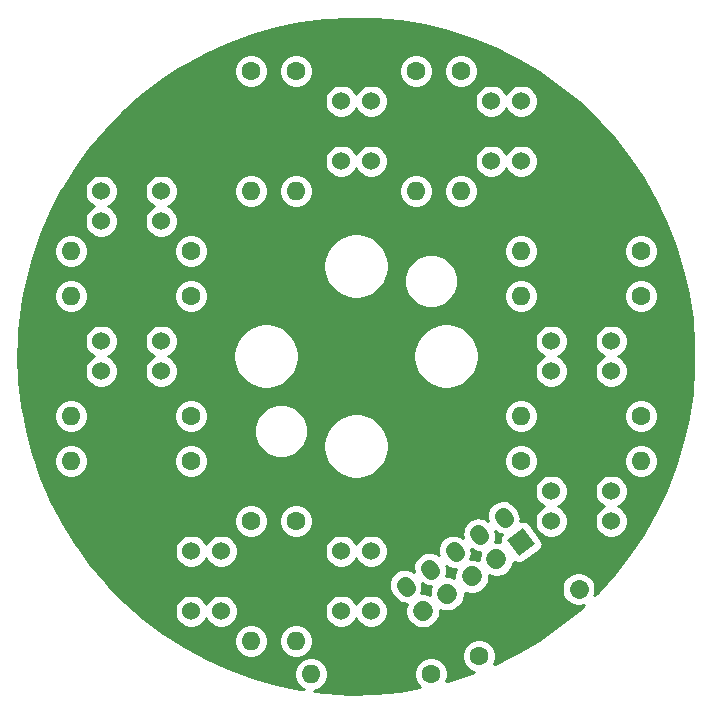
<source format=gbr>
G04 #@! TF.GenerationSoftware,KiCad,Pcbnew,(5.1.5)-3*
G04 #@! TF.CreationDate,2021-07-05T18:08:41+08:00*
G04 #@! TF.ProjectId,____,9b201f68-2e6b-4696-9361-645f70636258,rev?*
G04 #@! TF.SameCoordinates,Original*
G04 #@! TF.FileFunction,Copper,L1,Top*
G04 #@! TF.FilePolarity,Positive*
%FSLAX46Y46*%
G04 Gerber Fmt 4.6, Leading zero omitted, Abs format (unit mm)*
G04 Created by KiCad (PCBNEW (5.1.5)-3) date 2021-07-05 18:08:41*
%MOMM*%
%LPD*%
G04 APERTURE LIST*
%ADD10C,1.524000*%
%ADD11C,0.100000*%
%ADD12C,1.400000*%
%ADD13C,1.700000*%
%ADD14O,1.600000X1.600000*%
%ADD15C,1.600000*%
%ADD16C,1.600000*%
%ADD17C,0.254000*%
G04 APERTURE END LIST*
D10*
X147828000Y-108458000D03*
X145288000Y-108458000D03*
X145288000Y-113538000D03*
X147828000Y-113538000D03*
G04 #@! TA.AperFunction,ComponentPad*
D11*
G36*
X161711819Y-107904739D02*
G01*
X160319261Y-108879819D01*
X159344181Y-107487261D01*
X160736739Y-106512181D01*
X161711819Y-107904739D01*
G37*
G04 #@! TD.AperFunction*
D12*
X159157152Y-105738227D02*
X158985080Y-105492481D01*
D13*
X158447354Y-109152884D02*
X158447354Y-109152884D01*
D12*
X157076506Y-107195111D02*
X156904434Y-106949365D01*
D13*
X156366708Y-110609768D02*
X156366708Y-110609768D01*
D12*
X154995859Y-108651995D02*
X154823787Y-108406249D01*
D13*
X154286061Y-112066652D02*
X154286061Y-112066652D01*
D12*
X152915213Y-110108879D02*
X152743141Y-109863133D01*
D13*
X152205415Y-113523537D02*
X152205415Y-113523537D01*
D12*
X150834567Y-111565763D02*
X150662495Y-111320017D01*
D14*
X141478000Y-77978000D03*
D15*
X141478000Y-67818000D03*
D14*
X122428000Y-86868000D03*
D15*
X132588000Y-86868000D03*
D14*
X122428000Y-83058000D03*
D15*
X132588000Y-83058000D03*
D14*
X122428000Y-100838000D03*
D15*
X132588000Y-100838000D03*
D14*
X122428000Y-97028000D03*
D15*
X132588000Y-97028000D03*
D14*
X141478000Y-116078000D03*
D15*
X141478000Y-105918000D03*
D14*
X137668000Y-116078000D03*
D15*
X137668000Y-105918000D03*
D14*
X142748000Y-118872000D03*
D15*
X152908000Y-118872000D03*
D16*
X165395022Y-111666600D02*
X165395022Y-111666600D01*
D15*
X156972000Y-117348000D03*
D14*
X160528000Y-83058000D03*
D15*
X170688000Y-83058000D03*
D14*
X160528000Y-86868000D03*
D15*
X170688000Y-86868000D03*
D14*
X160528000Y-97028000D03*
D15*
X170688000Y-97028000D03*
D14*
X170688000Y-100838000D03*
D15*
X160528000Y-100838000D03*
D14*
X151638000Y-77978000D03*
D15*
X151638000Y-67818000D03*
D14*
X155448000Y-77978000D03*
D15*
X155448000Y-67818000D03*
D14*
X137668000Y-77978000D03*
D15*
X137668000Y-67818000D03*
D10*
X130048000Y-80518000D03*
X130048000Y-77978000D03*
X124968000Y-77978000D03*
X124968000Y-80518000D03*
X130048000Y-93218000D03*
X130048000Y-90678000D03*
X124968000Y-90678000D03*
X124968000Y-93218000D03*
X135128000Y-108458000D03*
X132588000Y-108458000D03*
X132588000Y-113538000D03*
X135128000Y-113538000D03*
X163068000Y-103378000D03*
X163068000Y-105918000D03*
X168148000Y-105918000D03*
X168148000Y-103378000D03*
X163068000Y-90678000D03*
X163068000Y-93218000D03*
X168148000Y-93218000D03*
X168148000Y-90678000D03*
X157988000Y-75438000D03*
X160528000Y-75438000D03*
X160528000Y-70358000D03*
X157988000Y-70358000D03*
X145288000Y-75438000D03*
X147828000Y-75438000D03*
X147828000Y-70358000D03*
X145288000Y-70358000D03*
D17*
G36*
X148141710Y-63411007D02*
G01*
X150244914Y-63605897D01*
X152327982Y-63955582D01*
X154379536Y-64458153D01*
X156388371Y-65110863D01*
X158343517Y-65910148D01*
X160234294Y-66851643D01*
X162050375Y-67930206D01*
X163781843Y-69139945D01*
X165419240Y-70474255D01*
X166953624Y-71925846D01*
X168376614Y-73486791D01*
X169680438Y-75148566D01*
X170857975Y-76902092D01*
X171902794Y-78737795D01*
X172809189Y-80645647D01*
X173572209Y-82615228D01*
X174187687Y-84635782D01*
X174652261Y-86696272D01*
X174963394Y-88785446D01*
X175119386Y-90891893D01*
X175119386Y-93004107D01*
X174963394Y-95110554D01*
X174652261Y-97199728D01*
X174187687Y-99260218D01*
X173572209Y-101280772D01*
X172809189Y-103250353D01*
X171902794Y-105158205D01*
X170857975Y-106993908D01*
X169680438Y-108747434D01*
X168376614Y-110409209D01*
X166953624Y-111970154D01*
X166738037Y-112174108D01*
X166774875Y-112085174D01*
X166830022Y-111807935D01*
X166830022Y-111525265D01*
X166774875Y-111248026D01*
X166666702Y-110986873D01*
X166509659Y-110751841D01*
X166309781Y-110551963D01*
X166074749Y-110394920D01*
X165813596Y-110286747D01*
X165536357Y-110231600D01*
X165253687Y-110231600D01*
X164976448Y-110286747D01*
X164715295Y-110394920D01*
X164480263Y-110551963D01*
X164280385Y-110751841D01*
X164123342Y-110986873D01*
X164015169Y-111248026D01*
X163960022Y-111525265D01*
X163960022Y-111807935D01*
X164015169Y-112085174D01*
X164123342Y-112346327D01*
X164280385Y-112581359D01*
X164480263Y-112781237D01*
X164715295Y-112938280D01*
X164976448Y-113046453D01*
X165253687Y-113101600D01*
X165536357Y-113101600D01*
X165813596Y-113046453D01*
X165817761Y-113044728D01*
X165419240Y-113421745D01*
X163781843Y-114756055D01*
X162050375Y-115965794D01*
X160234294Y-117044357D01*
X158343517Y-117985852D01*
X158244209Y-118026450D01*
X158351853Y-117766574D01*
X158407000Y-117489335D01*
X158407000Y-117206665D01*
X158351853Y-116929426D01*
X158243680Y-116668273D01*
X158086637Y-116433241D01*
X157886759Y-116233363D01*
X157651727Y-116076320D01*
X157390574Y-115968147D01*
X157113335Y-115913000D01*
X156830665Y-115913000D01*
X156553426Y-115968147D01*
X156292273Y-116076320D01*
X156057241Y-116233363D01*
X155857363Y-116433241D01*
X155700320Y-116668273D01*
X155592147Y-116929426D01*
X155537000Y-117206665D01*
X155537000Y-117489335D01*
X155592147Y-117766574D01*
X155700320Y-118027727D01*
X155857363Y-118262759D01*
X156057241Y-118462637D01*
X156292273Y-118619680D01*
X156541042Y-118722723D01*
X156388371Y-118785137D01*
X154379536Y-119437847D01*
X154209608Y-119479474D01*
X154287853Y-119290574D01*
X154343000Y-119013335D01*
X154343000Y-118730665D01*
X154287853Y-118453426D01*
X154179680Y-118192273D01*
X154022637Y-117957241D01*
X153822759Y-117757363D01*
X153587727Y-117600320D01*
X153326574Y-117492147D01*
X153049335Y-117437000D01*
X152766665Y-117437000D01*
X152489426Y-117492147D01*
X152228273Y-117600320D01*
X151993241Y-117757363D01*
X151793363Y-117957241D01*
X151636320Y-118192273D01*
X151528147Y-118453426D01*
X151473000Y-118730665D01*
X151473000Y-119013335D01*
X151528147Y-119290574D01*
X151636320Y-119551727D01*
X151793363Y-119786759D01*
X151993241Y-119986637D01*
X152005171Y-119994608D01*
X150244914Y-120290103D01*
X148141710Y-120484993D01*
X146029856Y-120524025D01*
X143920887Y-120406984D01*
X142993306Y-120286319D01*
X143166574Y-120251853D01*
X143427727Y-120143680D01*
X143662759Y-119986637D01*
X143862637Y-119786759D01*
X144019680Y-119551727D01*
X144127853Y-119290574D01*
X144183000Y-119013335D01*
X144183000Y-118730665D01*
X144127853Y-118453426D01*
X144019680Y-118192273D01*
X143862637Y-117957241D01*
X143662759Y-117757363D01*
X143427727Y-117600320D01*
X143166574Y-117492147D01*
X142889335Y-117437000D01*
X142606665Y-117437000D01*
X142329426Y-117492147D01*
X142068273Y-117600320D01*
X141833241Y-117757363D01*
X141633363Y-117957241D01*
X141476320Y-118192273D01*
X141368147Y-118453426D01*
X141313000Y-118730665D01*
X141313000Y-119013335D01*
X141368147Y-119290574D01*
X141476320Y-119551727D01*
X141633363Y-119786759D01*
X141833241Y-119986637D01*
X142068273Y-120143680D01*
X142146776Y-120176197D01*
X141826320Y-120134510D01*
X139757597Y-119708091D01*
X137726015Y-119130056D01*
X135742670Y-118403562D01*
X133818394Y-117532577D01*
X131963698Y-116521858D01*
X131056475Y-115936665D01*
X136233000Y-115936665D01*
X136233000Y-116219335D01*
X136288147Y-116496574D01*
X136396320Y-116757727D01*
X136553363Y-116992759D01*
X136753241Y-117192637D01*
X136988273Y-117349680D01*
X137249426Y-117457853D01*
X137526665Y-117513000D01*
X137809335Y-117513000D01*
X138086574Y-117457853D01*
X138347727Y-117349680D01*
X138582759Y-117192637D01*
X138782637Y-116992759D01*
X138939680Y-116757727D01*
X139047853Y-116496574D01*
X139103000Y-116219335D01*
X139103000Y-115936665D01*
X140043000Y-115936665D01*
X140043000Y-116219335D01*
X140098147Y-116496574D01*
X140206320Y-116757727D01*
X140363363Y-116992759D01*
X140563241Y-117192637D01*
X140798273Y-117349680D01*
X141059426Y-117457853D01*
X141336665Y-117513000D01*
X141619335Y-117513000D01*
X141896574Y-117457853D01*
X142157727Y-117349680D01*
X142392759Y-117192637D01*
X142592637Y-116992759D01*
X142749680Y-116757727D01*
X142857853Y-116496574D01*
X142913000Y-116219335D01*
X142913000Y-115936665D01*
X142857853Y-115659426D01*
X142749680Y-115398273D01*
X142592637Y-115163241D01*
X142392759Y-114963363D01*
X142157727Y-114806320D01*
X141896574Y-114698147D01*
X141619335Y-114643000D01*
X141336665Y-114643000D01*
X141059426Y-114698147D01*
X140798273Y-114806320D01*
X140563241Y-114963363D01*
X140363363Y-115163241D01*
X140206320Y-115398273D01*
X140098147Y-115659426D01*
X140043000Y-115936665D01*
X139103000Y-115936665D01*
X139047853Y-115659426D01*
X138939680Y-115398273D01*
X138782637Y-115163241D01*
X138582759Y-114963363D01*
X138347727Y-114806320D01*
X138086574Y-114698147D01*
X137809335Y-114643000D01*
X137526665Y-114643000D01*
X137249426Y-114698147D01*
X136988273Y-114806320D01*
X136753241Y-114963363D01*
X136553363Y-115163241D01*
X136396320Y-115398273D01*
X136288147Y-115659426D01*
X136233000Y-115936665D01*
X131056475Y-115936665D01*
X130188711Y-115376925D01*
X128503128Y-114104031D01*
X127702045Y-113400408D01*
X131191000Y-113400408D01*
X131191000Y-113675592D01*
X131244686Y-113945490D01*
X131349995Y-114199727D01*
X131502880Y-114428535D01*
X131697465Y-114623120D01*
X131926273Y-114776005D01*
X132180510Y-114881314D01*
X132450408Y-114935000D01*
X132725592Y-114935000D01*
X132995490Y-114881314D01*
X133249727Y-114776005D01*
X133478535Y-114623120D01*
X133673120Y-114428535D01*
X133826005Y-114199727D01*
X133858000Y-114122485D01*
X133889995Y-114199727D01*
X134042880Y-114428535D01*
X134237465Y-114623120D01*
X134466273Y-114776005D01*
X134720510Y-114881314D01*
X134990408Y-114935000D01*
X135265592Y-114935000D01*
X135535490Y-114881314D01*
X135789727Y-114776005D01*
X136018535Y-114623120D01*
X136213120Y-114428535D01*
X136366005Y-114199727D01*
X136471314Y-113945490D01*
X136525000Y-113675592D01*
X136525000Y-113400408D01*
X143891000Y-113400408D01*
X143891000Y-113675592D01*
X143944686Y-113945490D01*
X144049995Y-114199727D01*
X144202880Y-114428535D01*
X144397465Y-114623120D01*
X144626273Y-114776005D01*
X144880510Y-114881314D01*
X145150408Y-114935000D01*
X145425592Y-114935000D01*
X145695490Y-114881314D01*
X145949727Y-114776005D01*
X146178535Y-114623120D01*
X146373120Y-114428535D01*
X146526005Y-114199727D01*
X146558000Y-114122485D01*
X146589995Y-114199727D01*
X146742880Y-114428535D01*
X146937465Y-114623120D01*
X147166273Y-114776005D01*
X147420510Y-114881314D01*
X147690408Y-114935000D01*
X147965592Y-114935000D01*
X148235490Y-114881314D01*
X148489727Y-114776005D01*
X148718535Y-114623120D01*
X148913120Y-114428535D01*
X149066005Y-114199727D01*
X149171314Y-113945490D01*
X149225000Y-113675592D01*
X149225000Y-113400408D01*
X149171314Y-113130510D01*
X149066005Y-112876273D01*
X148913120Y-112647465D01*
X148718535Y-112452880D01*
X148489727Y-112299995D01*
X148235490Y-112194686D01*
X147965592Y-112141000D01*
X147690408Y-112141000D01*
X147420510Y-112194686D01*
X147166273Y-112299995D01*
X146937465Y-112452880D01*
X146742880Y-112647465D01*
X146589995Y-112876273D01*
X146558000Y-112953515D01*
X146526005Y-112876273D01*
X146373120Y-112647465D01*
X146178535Y-112452880D01*
X145949727Y-112299995D01*
X145695490Y-112194686D01*
X145425592Y-112141000D01*
X145150408Y-112141000D01*
X144880510Y-112194686D01*
X144626273Y-112299995D01*
X144397465Y-112452880D01*
X144202880Y-112647465D01*
X144049995Y-112876273D01*
X143944686Y-113130510D01*
X143891000Y-113400408D01*
X136525000Y-113400408D01*
X136471314Y-113130510D01*
X136366005Y-112876273D01*
X136213120Y-112647465D01*
X136018535Y-112452880D01*
X135789727Y-112299995D01*
X135535490Y-112194686D01*
X135265592Y-112141000D01*
X134990408Y-112141000D01*
X134720510Y-112194686D01*
X134466273Y-112299995D01*
X134237465Y-112452880D01*
X134042880Y-112647465D01*
X133889995Y-112876273D01*
X133858000Y-112953515D01*
X133826005Y-112876273D01*
X133673120Y-112647465D01*
X133478535Y-112452880D01*
X133249727Y-112299995D01*
X132995490Y-112194686D01*
X132725592Y-112141000D01*
X132450408Y-112141000D01*
X132180510Y-112194686D01*
X131926273Y-112299995D01*
X131697465Y-112452880D01*
X131502880Y-112647465D01*
X131349995Y-112876273D01*
X131244686Y-113130510D01*
X131191000Y-113400408D01*
X127702045Y-113400408D01*
X126916154Y-112710129D01*
X125580219Y-111349275D01*
X149321356Y-111349275D01*
X149352833Y-111610357D01*
X149434641Y-111860280D01*
X149531311Y-112032018D01*
X149778612Y-112385203D01*
X149906928Y-112534781D01*
X150113798Y-112697136D01*
X150348368Y-112816011D01*
X150601621Y-112886841D01*
X150853799Y-112906135D01*
X150777483Y-113090379D01*
X150720415Y-113377277D01*
X150720415Y-113669797D01*
X150777483Y-113956695D01*
X150889425Y-114226948D01*
X151051940Y-114470169D01*
X151258783Y-114677012D01*
X151502004Y-114839527D01*
X151772257Y-114951469D01*
X152059155Y-115008537D01*
X152351675Y-115008537D01*
X152638573Y-114951469D01*
X152908826Y-114839527D01*
X153152047Y-114677012D01*
X153358890Y-114470169D01*
X153521405Y-114226948D01*
X153633347Y-113956695D01*
X153690415Y-113669797D01*
X153690415Y-113427280D01*
X153852903Y-113494584D01*
X154139801Y-113551652D01*
X154432321Y-113551652D01*
X154719219Y-113494584D01*
X154989472Y-113382642D01*
X155232693Y-113220127D01*
X155439536Y-113013284D01*
X155602051Y-112770063D01*
X155713993Y-112499810D01*
X155771061Y-112212912D01*
X155771061Y-111970395D01*
X155933550Y-112037700D01*
X156220448Y-112094768D01*
X156512968Y-112094768D01*
X156799866Y-112037700D01*
X157070119Y-111925758D01*
X157313340Y-111763243D01*
X157520183Y-111556400D01*
X157682698Y-111313179D01*
X157794640Y-111042926D01*
X157851708Y-110756028D01*
X157851708Y-110513512D01*
X158014196Y-110580816D01*
X158301094Y-110637884D01*
X158593614Y-110637884D01*
X158880512Y-110580816D01*
X159150765Y-110468874D01*
X159393986Y-110306359D01*
X159600829Y-110099516D01*
X159763344Y-109856295D01*
X159875286Y-109586042D01*
X159917861Y-109372002D01*
X159976425Y-109417964D01*
X160088000Y-109474507D01*
X160208461Y-109508197D01*
X160333181Y-109517739D01*
X160457365Y-109502766D01*
X160576242Y-109463854D01*
X160685244Y-109402497D01*
X162077802Y-108427417D01*
X162172739Y-108345974D01*
X162249964Y-108247575D01*
X162306507Y-108136000D01*
X162340197Y-108015539D01*
X162349739Y-107890819D01*
X162334766Y-107766635D01*
X162295854Y-107647758D01*
X162234497Y-107538756D01*
X161259417Y-106146198D01*
X161177974Y-106051261D01*
X161079575Y-105974036D01*
X160968000Y-105917493D01*
X160847539Y-105883803D01*
X160722819Y-105874261D01*
X160598635Y-105889234D01*
X160481567Y-105927554D01*
X160498291Y-105708968D01*
X160466814Y-105447887D01*
X160385006Y-105197964D01*
X160288337Y-105026226D01*
X160041036Y-104673041D01*
X159912719Y-104523463D01*
X159705849Y-104361109D01*
X159471279Y-104242233D01*
X159218026Y-104171403D01*
X158955822Y-104151342D01*
X158694740Y-104182819D01*
X158444817Y-104264627D01*
X158215655Y-104393620D01*
X158016062Y-104564842D01*
X157853708Y-104771712D01*
X157734832Y-105006282D01*
X157664002Y-105259535D01*
X157643941Y-105521739D01*
X157675418Y-105782821D01*
X157708271Y-105883185D01*
X157625203Y-105817993D01*
X157390633Y-105699117D01*
X157137380Y-105628287D01*
X156875176Y-105608226D01*
X156614094Y-105639703D01*
X156364171Y-105721511D01*
X156135009Y-105850504D01*
X155935416Y-106021726D01*
X155773062Y-106228596D01*
X155654186Y-106463166D01*
X155583356Y-106716419D01*
X155563295Y-106978623D01*
X155594772Y-107239705D01*
X155627625Y-107340070D01*
X155544556Y-107274877D01*
X155309986Y-107156001D01*
X155056733Y-107085171D01*
X154794529Y-107065110D01*
X154533447Y-107096587D01*
X154283524Y-107178395D01*
X154054362Y-107307388D01*
X153854769Y-107478610D01*
X153692415Y-107685480D01*
X153573539Y-107920050D01*
X153502709Y-108173303D01*
X153482648Y-108435507D01*
X153514125Y-108696589D01*
X153546978Y-108796953D01*
X153463910Y-108731761D01*
X153229340Y-108612885D01*
X152976087Y-108542055D01*
X152713883Y-108521994D01*
X152452801Y-108553471D01*
X152202878Y-108635279D01*
X151973716Y-108764272D01*
X151774123Y-108935494D01*
X151611769Y-109142364D01*
X151492893Y-109376934D01*
X151422063Y-109630187D01*
X151402002Y-109892391D01*
X151433479Y-110153473D01*
X151466332Y-110253837D01*
X151383264Y-110188645D01*
X151148694Y-110069769D01*
X150895441Y-109998939D01*
X150633237Y-109978878D01*
X150372155Y-110010355D01*
X150122232Y-110092163D01*
X149893070Y-110221156D01*
X149693477Y-110392378D01*
X149531123Y-110599248D01*
X149412247Y-110833818D01*
X149341417Y-111087071D01*
X149321356Y-111349275D01*
X125580219Y-111349275D01*
X125436456Y-111202831D01*
X124072118Y-109590370D01*
X123149437Y-108320408D01*
X131191000Y-108320408D01*
X131191000Y-108595592D01*
X131244686Y-108865490D01*
X131349995Y-109119727D01*
X131502880Y-109348535D01*
X131697465Y-109543120D01*
X131926273Y-109696005D01*
X132180510Y-109801314D01*
X132450408Y-109855000D01*
X132725592Y-109855000D01*
X132995490Y-109801314D01*
X133249727Y-109696005D01*
X133478535Y-109543120D01*
X133673120Y-109348535D01*
X133826005Y-109119727D01*
X133858000Y-109042485D01*
X133889995Y-109119727D01*
X134042880Y-109348535D01*
X134237465Y-109543120D01*
X134466273Y-109696005D01*
X134720510Y-109801314D01*
X134990408Y-109855000D01*
X135265592Y-109855000D01*
X135535490Y-109801314D01*
X135789727Y-109696005D01*
X136018535Y-109543120D01*
X136213120Y-109348535D01*
X136366005Y-109119727D01*
X136471314Y-108865490D01*
X136525000Y-108595592D01*
X136525000Y-108320408D01*
X143891000Y-108320408D01*
X143891000Y-108595592D01*
X143944686Y-108865490D01*
X144049995Y-109119727D01*
X144202880Y-109348535D01*
X144397465Y-109543120D01*
X144626273Y-109696005D01*
X144880510Y-109801314D01*
X145150408Y-109855000D01*
X145425592Y-109855000D01*
X145695490Y-109801314D01*
X145949727Y-109696005D01*
X146178535Y-109543120D01*
X146373120Y-109348535D01*
X146526005Y-109119727D01*
X146558000Y-109042485D01*
X146589995Y-109119727D01*
X146742880Y-109348535D01*
X146937465Y-109543120D01*
X147166273Y-109696005D01*
X147420510Y-109801314D01*
X147690408Y-109855000D01*
X147965592Y-109855000D01*
X148235490Y-109801314D01*
X148489727Y-109696005D01*
X148718535Y-109543120D01*
X148913120Y-109348535D01*
X149066005Y-109119727D01*
X149171314Y-108865490D01*
X149225000Y-108595592D01*
X149225000Y-108320408D01*
X149171314Y-108050510D01*
X149066005Y-107796273D01*
X148913120Y-107567465D01*
X148718535Y-107372880D01*
X148489727Y-107219995D01*
X148235490Y-107114686D01*
X147965592Y-107061000D01*
X147690408Y-107061000D01*
X147420510Y-107114686D01*
X147166273Y-107219995D01*
X146937465Y-107372880D01*
X146742880Y-107567465D01*
X146589995Y-107796273D01*
X146558000Y-107873515D01*
X146526005Y-107796273D01*
X146373120Y-107567465D01*
X146178535Y-107372880D01*
X145949727Y-107219995D01*
X145695490Y-107114686D01*
X145425592Y-107061000D01*
X145150408Y-107061000D01*
X144880510Y-107114686D01*
X144626273Y-107219995D01*
X144397465Y-107372880D01*
X144202880Y-107567465D01*
X144049995Y-107796273D01*
X143944686Y-108050510D01*
X143891000Y-108320408D01*
X136525000Y-108320408D01*
X136471314Y-108050510D01*
X136366005Y-107796273D01*
X136213120Y-107567465D01*
X136018535Y-107372880D01*
X135789727Y-107219995D01*
X135535490Y-107114686D01*
X135265592Y-107061000D01*
X134990408Y-107061000D01*
X134720510Y-107114686D01*
X134466273Y-107219995D01*
X134237465Y-107372880D01*
X134042880Y-107567465D01*
X133889995Y-107796273D01*
X133858000Y-107873515D01*
X133826005Y-107796273D01*
X133673120Y-107567465D01*
X133478535Y-107372880D01*
X133249727Y-107219995D01*
X132995490Y-107114686D01*
X132725592Y-107061000D01*
X132450408Y-107061000D01*
X132180510Y-107114686D01*
X131926273Y-107219995D01*
X131697465Y-107372880D01*
X131502880Y-107567465D01*
X131349995Y-107796273D01*
X131244686Y-108050510D01*
X131191000Y-108320408D01*
X123149437Y-108320408D01*
X122830589Y-107881553D01*
X121718651Y-106085712D01*
X121557570Y-105776665D01*
X136233000Y-105776665D01*
X136233000Y-106059335D01*
X136288147Y-106336574D01*
X136396320Y-106597727D01*
X136553363Y-106832759D01*
X136753241Y-107032637D01*
X136988273Y-107189680D01*
X137249426Y-107297853D01*
X137526665Y-107353000D01*
X137809335Y-107353000D01*
X138086574Y-107297853D01*
X138347727Y-107189680D01*
X138582759Y-107032637D01*
X138782637Y-106832759D01*
X138939680Y-106597727D01*
X139047853Y-106336574D01*
X139103000Y-106059335D01*
X139103000Y-105776665D01*
X140043000Y-105776665D01*
X140043000Y-106059335D01*
X140098147Y-106336574D01*
X140206320Y-106597727D01*
X140363363Y-106832759D01*
X140563241Y-107032637D01*
X140798273Y-107189680D01*
X141059426Y-107297853D01*
X141336665Y-107353000D01*
X141619335Y-107353000D01*
X141896574Y-107297853D01*
X142157727Y-107189680D01*
X142392759Y-107032637D01*
X142592637Y-106832759D01*
X142749680Y-106597727D01*
X142857853Y-106336574D01*
X142913000Y-106059335D01*
X142913000Y-105776665D01*
X142857853Y-105499426D01*
X142749680Y-105238273D01*
X142592637Y-105003241D01*
X142392759Y-104803363D01*
X142157727Y-104646320D01*
X141896574Y-104538147D01*
X141619335Y-104483000D01*
X141336665Y-104483000D01*
X141059426Y-104538147D01*
X140798273Y-104646320D01*
X140563241Y-104803363D01*
X140363363Y-105003241D01*
X140206320Y-105238273D01*
X140098147Y-105499426D01*
X140043000Y-105776665D01*
X139103000Y-105776665D01*
X139047853Y-105499426D01*
X138939680Y-105238273D01*
X138782637Y-105003241D01*
X138582759Y-104803363D01*
X138347727Y-104646320D01*
X138086574Y-104538147D01*
X137809335Y-104483000D01*
X137526665Y-104483000D01*
X137249426Y-104538147D01*
X136988273Y-104646320D01*
X136753241Y-104803363D01*
X136553363Y-105003241D01*
X136396320Y-105238273D01*
X136288147Y-105499426D01*
X136233000Y-105776665D01*
X121557570Y-105776665D01*
X120742378Y-104212655D01*
X120323781Y-103240408D01*
X161671000Y-103240408D01*
X161671000Y-103515592D01*
X161724686Y-103785490D01*
X161829995Y-104039727D01*
X161982880Y-104268535D01*
X162177465Y-104463120D01*
X162406273Y-104616005D01*
X162483515Y-104648000D01*
X162406273Y-104679995D01*
X162177465Y-104832880D01*
X161982880Y-105027465D01*
X161829995Y-105256273D01*
X161724686Y-105510510D01*
X161671000Y-105780408D01*
X161671000Y-106055592D01*
X161724686Y-106325490D01*
X161829995Y-106579727D01*
X161982880Y-106808535D01*
X162177465Y-107003120D01*
X162406273Y-107156005D01*
X162660510Y-107261314D01*
X162930408Y-107315000D01*
X163205592Y-107315000D01*
X163475490Y-107261314D01*
X163729727Y-107156005D01*
X163958535Y-107003120D01*
X164153120Y-106808535D01*
X164306005Y-106579727D01*
X164411314Y-106325490D01*
X164465000Y-106055592D01*
X164465000Y-105780408D01*
X164411314Y-105510510D01*
X164306005Y-105256273D01*
X164153120Y-105027465D01*
X163958535Y-104832880D01*
X163729727Y-104679995D01*
X163652485Y-104648000D01*
X163729727Y-104616005D01*
X163958535Y-104463120D01*
X164153120Y-104268535D01*
X164306005Y-104039727D01*
X164411314Y-103785490D01*
X164465000Y-103515592D01*
X164465000Y-103240408D01*
X166751000Y-103240408D01*
X166751000Y-103515592D01*
X166804686Y-103785490D01*
X166909995Y-104039727D01*
X167062880Y-104268535D01*
X167257465Y-104463120D01*
X167486273Y-104616005D01*
X167563515Y-104648000D01*
X167486273Y-104679995D01*
X167257465Y-104832880D01*
X167062880Y-105027465D01*
X166909995Y-105256273D01*
X166804686Y-105510510D01*
X166751000Y-105780408D01*
X166751000Y-106055592D01*
X166804686Y-106325490D01*
X166909995Y-106579727D01*
X167062880Y-106808535D01*
X167257465Y-107003120D01*
X167486273Y-107156005D01*
X167740510Y-107261314D01*
X168010408Y-107315000D01*
X168285592Y-107315000D01*
X168555490Y-107261314D01*
X168809727Y-107156005D01*
X169038535Y-107003120D01*
X169233120Y-106808535D01*
X169386005Y-106579727D01*
X169491314Y-106325490D01*
X169545000Y-106055592D01*
X169545000Y-105780408D01*
X169491314Y-105510510D01*
X169386005Y-105256273D01*
X169233120Y-105027465D01*
X169038535Y-104832880D01*
X168809727Y-104679995D01*
X168732485Y-104648000D01*
X168809727Y-104616005D01*
X169038535Y-104463120D01*
X169233120Y-104268535D01*
X169386005Y-104039727D01*
X169491314Y-103785490D01*
X169545000Y-103515592D01*
X169545000Y-103240408D01*
X169491314Y-102970510D01*
X169386005Y-102716273D01*
X169233120Y-102487465D01*
X169038535Y-102292880D01*
X168809727Y-102139995D01*
X168555490Y-102034686D01*
X168285592Y-101981000D01*
X168010408Y-101981000D01*
X167740510Y-102034686D01*
X167486273Y-102139995D01*
X167257465Y-102292880D01*
X167062880Y-102487465D01*
X166909995Y-102716273D01*
X166804686Y-102970510D01*
X166751000Y-103240408D01*
X164465000Y-103240408D01*
X164411314Y-102970510D01*
X164306005Y-102716273D01*
X164153120Y-102487465D01*
X163958535Y-102292880D01*
X163729727Y-102139995D01*
X163475490Y-102034686D01*
X163205592Y-101981000D01*
X162930408Y-101981000D01*
X162660510Y-102034686D01*
X162406273Y-102139995D01*
X162177465Y-102292880D01*
X161982880Y-102487465D01*
X161829995Y-102716273D01*
X161724686Y-102970510D01*
X161671000Y-103240408D01*
X120323781Y-103240408D01*
X119907100Y-102272614D01*
X119362647Y-100696665D01*
X120993000Y-100696665D01*
X120993000Y-100979335D01*
X121048147Y-101256574D01*
X121156320Y-101517727D01*
X121313363Y-101752759D01*
X121513241Y-101952637D01*
X121748273Y-102109680D01*
X122009426Y-102217853D01*
X122286665Y-102273000D01*
X122569335Y-102273000D01*
X122846574Y-102217853D01*
X123107727Y-102109680D01*
X123342759Y-101952637D01*
X123542637Y-101752759D01*
X123699680Y-101517727D01*
X123807853Y-101256574D01*
X123863000Y-100979335D01*
X123863000Y-100696665D01*
X131153000Y-100696665D01*
X131153000Y-100979335D01*
X131208147Y-101256574D01*
X131316320Y-101517727D01*
X131473363Y-101752759D01*
X131673241Y-101952637D01*
X131908273Y-102109680D01*
X132169426Y-102217853D01*
X132446665Y-102273000D01*
X132729335Y-102273000D01*
X133006574Y-102217853D01*
X133267727Y-102109680D01*
X133502759Y-101952637D01*
X133702637Y-101752759D01*
X133859680Y-101517727D01*
X133967853Y-101256574D01*
X134023000Y-100979335D01*
X134023000Y-100696665D01*
X133967853Y-100419426D01*
X133859680Y-100158273D01*
X133702637Y-99923241D01*
X133502759Y-99723363D01*
X133267727Y-99566320D01*
X133006574Y-99458147D01*
X132729335Y-99403000D01*
X132446665Y-99403000D01*
X132169426Y-99458147D01*
X131908273Y-99566320D01*
X131673241Y-99723363D01*
X131473363Y-99923241D01*
X131316320Y-100158273D01*
X131208147Y-100419426D01*
X131153000Y-100696665D01*
X123863000Y-100696665D01*
X123807853Y-100419426D01*
X123699680Y-100158273D01*
X123542637Y-99923241D01*
X123342759Y-99723363D01*
X123107727Y-99566320D01*
X122846574Y-99458147D01*
X122569335Y-99403000D01*
X122286665Y-99403000D01*
X122009426Y-99458147D01*
X121748273Y-99566320D01*
X121513241Y-99723363D01*
X121313363Y-99923241D01*
X121156320Y-100158273D01*
X121048147Y-100419426D01*
X120993000Y-100696665D01*
X119362647Y-100696665D01*
X119217380Y-100276183D01*
X118676985Y-98234266D01*
X118425075Y-96886665D01*
X120993000Y-96886665D01*
X120993000Y-97169335D01*
X121048147Y-97446574D01*
X121156320Y-97707727D01*
X121313363Y-97942759D01*
X121513241Y-98142637D01*
X121748273Y-98299680D01*
X122009426Y-98407853D01*
X122286665Y-98463000D01*
X122569335Y-98463000D01*
X122846574Y-98407853D01*
X123107727Y-98299680D01*
X123342759Y-98142637D01*
X123542637Y-97942759D01*
X123699680Y-97707727D01*
X123807853Y-97446574D01*
X123863000Y-97169335D01*
X123863000Y-96886665D01*
X131153000Y-96886665D01*
X131153000Y-97169335D01*
X131208147Y-97446574D01*
X131316320Y-97707727D01*
X131473363Y-97942759D01*
X131673241Y-98142637D01*
X131908273Y-98299680D01*
X132169426Y-98407853D01*
X132446665Y-98463000D01*
X132729335Y-98463000D01*
X133006574Y-98407853D01*
X133267727Y-98299680D01*
X133502759Y-98142637D01*
X133570875Y-98074521D01*
X137938979Y-98074521D01*
X137938979Y-98521479D01*
X138026176Y-98959849D01*
X138197220Y-99372785D01*
X138445536Y-99744417D01*
X138761583Y-100060464D01*
X139133215Y-100308780D01*
X139546151Y-100479824D01*
X139984521Y-100567021D01*
X140431479Y-100567021D01*
X140869849Y-100479824D01*
X141282785Y-100308780D01*
X141654417Y-100060464D01*
X141970464Y-99744417D01*
X142218780Y-99372785D01*
X142250787Y-99295512D01*
X143791386Y-99295512D01*
X143791386Y-99840488D01*
X143897706Y-100374991D01*
X144106259Y-100878483D01*
X144409031Y-101331613D01*
X144794387Y-101716969D01*
X145247517Y-102019741D01*
X145751009Y-102228294D01*
X146285512Y-102334614D01*
X146830488Y-102334614D01*
X147364991Y-102228294D01*
X147868483Y-102019741D01*
X148321613Y-101716969D01*
X148706969Y-101331613D01*
X149009741Y-100878483D01*
X149085052Y-100696665D01*
X159093000Y-100696665D01*
X159093000Y-100979335D01*
X159148147Y-101256574D01*
X159256320Y-101517727D01*
X159413363Y-101752759D01*
X159613241Y-101952637D01*
X159848273Y-102109680D01*
X160109426Y-102217853D01*
X160386665Y-102273000D01*
X160669335Y-102273000D01*
X160946574Y-102217853D01*
X161207727Y-102109680D01*
X161442759Y-101952637D01*
X161642637Y-101752759D01*
X161799680Y-101517727D01*
X161907853Y-101256574D01*
X161963000Y-100979335D01*
X161963000Y-100696665D01*
X169253000Y-100696665D01*
X169253000Y-100979335D01*
X169308147Y-101256574D01*
X169416320Y-101517727D01*
X169573363Y-101752759D01*
X169773241Y-101952637D01*
X170008273Y-102109680D01*
X170269426Y-102217853D01*
X170546665Y-102273000D01*
X170829335Y-102273000D01*
X171106574Y-102217853D01*
X171367727Y-102109680D01*
X171602759Y-101952637D01*
X171802637Y-101752759D01*
X171959680Y-101517727D01*
X172067853Y-101256574D01*
X172123000Y-100979335D01*
X172123000Y-100696665D01*
X172067853Y-100419426D01*
X171959680Y-100158273D01*
X171802637Y-99923241D01*
X171602759Y-99723363D01*
X171367727Y-99566320D01*
X171106574Y-99458147D01*
X170829335Y-99403000D01*
X170546665Y-99403000D01*
X170269426Y-99458147D01*
X170008273Y-99566320D01*
X169773241Y-99723363D01*
X169573363Y-99923241D01*
X169416320Y-100158273D01*
X169308147Y-100419426D01*
X169253000Y-100696665D01*
X161963000Y-100696665D01*
X161907853Y-100419426D01*
X161799680Y-100158273D01*
X161642637Y-99923241D01*
X161442759Y-99723363D01*
X161207727Y-99566320D01*
X160946574Y-99458147D01*
X160669335Y-99403000D01*
X160386665Y-99403000D01*
X160109426Y-99458147D01*
X159848273Y-99566320D01*
X159613241Y-99723363D01*
X159413363Y-99923241D01*
X159256320Y-100158273D01*
X159148147Y-100419426D01*
X159093000Y-100696665D01*
X149085052Y-100696665D01*
X149218294Y-100374991D01*
X149324614Y-99840488D01*
X149324614Y-99295512D01*
X149218294Y-98761009D01*
X149009741Y-98257517D01*
X148706969Y-97804387D01*
X148321613Y-97419031D01*
X147868483Y-97116259D01*
X147364991Y-96907706D01*
X147259212Y-96886665D01*
X159093000Y-96886665D01*
X159093000Y-97169335D01*
X159148147Y-97446574D01*
X159256320Y-97707727D01*
X159413363Y-97942759D01*
X159613241Y-98142637D01*
X159848273Y-98299680D01*
X160109426Y-98407853D01*
X160386665Y-98463000D01*
X160669335Y-98463000D01*
X160946574Y-98407853D01*
X161207727Y-98299680D01*
X161442759Y-98142637D01*
X161642637Y-97942759D01*
X161799680Y-97707727D01*
X161907853Y-97446574D01*
X161963000Y-97169335D01*
X161963000Y-96886665D01*
X169253000Y-96886665D01*
X169253000Y-97169335D01*
X169308147Y-97446574D01*
X169416320Y-97707727D01*
X169573363Y-97942759D01*
X169773241Y-98142637D01*
X170008273Y-98299680D01*
X170269426Y-98407853D01*
X170546665Y-98463000D01*
X170829335Y-98463000D01*
X171106574Y-98407853D01*
X171367727Y-98299680D01*
X171602759Y-98142637D01*
X171802637Y-97942759D01*
X171959680Y-97707727D01*
X172067853Y-97446574D01*
X172123000Y-97169335D01*
X172123000Y-96886665D01*
X172067853Y-96609426D01*
X171959680Y-96348273D01*
X171802637Y-96113241D01*
X171602759Y-95913363D01*
X171367727Y-95756320D01*
X171106574Y-95648147D01*
X170829335Y-95593000D01*
X170546665Y-95593000D01*
X170269426Y-95648147D01*
X170008273Y-95756320D01*
X169773241Y-95913363D01*
X169573363Y-96113241D01*
X169416320Y-96348273D01*
X169308147Y-96609426D01*
X169253000Y-96886665D01*
X161963000Y-96886665D01*
X161907853Y-96609426D01*
X161799680Y-96348273D01*
X161642637Y-96113241D01*
X161442759Y-95913363D01*
X161207727Y-95756320D01*
X160946574Y-95648147D01*
X160669335Y-95593000D01*
X160386665Y-95593000D01*
X160109426Y-95648147D01*
X159848273Y-95756320D01*
X159613241Y-95913363D01*
X159413363Y-96113241D01*
X159256320Y-96348273D01*
X159148147Y-96609426D01*
X159093000Y-96886665D01*
X147259212Y-96886665D01*
X146830488Y-96801386D01*
X146285512Y-96801386D01*
X145751009Y-96907706D01*
X145247517Y-97116259D01*
X144794387Y-97419031D01*
X144409031Y-97804387D01*
X144106259Y-98257517D01*
X143897706Y-98761009D01*
X143791386Y-99295512D01*
X142250787Y-99295512D01*
X142389824Y-98959849D01*
X142477021Y-98521479D01*
X142477021Y-98074521D01*
X142389824Y-97636151D01*
X142218780Y-97223215D01*
X141970464Y-96851583D01*
X141654417Y-96535536D01*
X141282785Y-96287220D01*
X140869849Y-96116176D01*
X140431479Y-96028979D01*
X139984521Y-96028979D01*
X139546151Y-96116176D01*
X139133215Y-96287220D01*
X138761583Y-96535536D01*
X138445536Y-96851583D01*
X138197220Y-97223215D01*
X138026176Y-97636151D01*
X137938979Y-98074521D01*
X133570875Y-98074521D01*
X133702637Y-97942759D01*
X133859680Y-97707727D01*
X133967853Y-97446574D01*
X134023000Y-97169335D01*
X134023000Y-96886665D01*
X133967853Y-96609426D01*
X133859680Y-96348273D01*
X133702637Y-96113241D01*
X133502759Y-95913363D01*
X133267727Y-95756320D01*
X133006574Y-95648147D01*
X132729335Y-95593000D01*
X132446665Y-95593000D01*
X132169426Y-95648147D01*
X131908273Y-95756320D01*
X131673241Y-95913363D01*
X131473363Y-96113241D01*
X131316320Y-96348273D01*
X131208147Y-96609426D01*
X131153000Y-96886665D01*
X123863000Y-96886665D01*
X123807853Y-96609426D01*
X123699680Y-96348273D01*
X123542637Y-96113241D01*
X123342759Y-95913363D01*
X123107727Y-95756320D01*
X122846574Y-95648147D01*
X122569335Y-95593000D01*
X122286665Y-95593000D01*
X122009426Y-95648147D01*
X121748273Y-95756320D01*
X121513241Y-95913363D01*
X121313363Y-96113241D01*
X121156320Y-96348273D01*
X121048147Y-96609426D01*
X120993000Y-96886665D01*
X118425075Y-96886665D01*
X118288867Y-96158016D01*
X118055144Y-94058772D01*
X117977095Y-91948000D01*
X118029142Y-90540408D01*
X123571000Y-90540408D01*
X123571000Y-90815592D01*
X123624686Y-91085490D01*
X123729995Y-91339727D01*
X123882880Y-91568535D01*
X124077465Y-91763120D01*
X124306273Y-91916005D01*
X124383515Y-91948000D01*
X124306273Y-91979995D01*
X124077465Y-92132880D01*
X123882880Y-92327465D01*
X123729995Y-92556273D01*
X123624686Y-92810510D01*
X123571000Y-93080408D01*
X123571000Y-93355592D01*
X123624686Y-93625490D01*
X123729995Y-93879727D01*
X123882880Y-94108535D01*
X124077465Y-94303120D01*
X124306273Y-94456005D01*
X124560510Y-94561314D01*
X124830408Y-94615000D01*
X125105592Y-94615000D01*
X125375490Y-94561314D01*
X125629727Y-94456005D01*
X125858535Y-94303120D01*
X126053120Y-94108535D01*
X126206005Y-93879727D01*
X126311314Y-93625490D01*
X126365000Y-93355592D01*
X126365000Y-93080408D01*
X126311314Y-92810510D01*
X126206005Y-92556273D01*
X126053120Y-92327465D01*
X125858535Y-92132880D01*
X125629727Y-91979995D01*
X125552485Y-91948000D01*
X125629727Y-91916005D01*
X125858535Y-91763120D01*
X126053120Y-91568535D01*
X126206005Y-91339727D01*
X126311314Y-91085490D01*
X126365000Y-90815592D01*
X126365000Y-90540408D01*
X128651000Y-90540408D01*
X128651000Y-90815592D01*
X128704686Y-91085490D01*
X128809995Y-91339727D01*
X128962880Y-91568535D01*
X129157465Y-91763120D01*
X129386273Y-91916005D01*
X129463515Y-91948000D01*
X129386273Y-91979995D01*
X129157465Y-92132880D01*
X128962880Y-92327465D01*
X128809995Y-92556273D01*
X128704686Y-92810510D01*
X128651000Y-93080408D01*
X128651000Y-93355592D01*
X128704686Y-93625490D01*
X128809995Y-93879727D01*
X128962880Y-94108535D01*
X129157465Y-94303120D01*
X129386273Y-94456005D01*
X129640510Y-94561314D01*
X129910408Y-94615000D01*
X130185592Y-94615000D01*
X130455490Y-94561314D01*
X130709727Y-94456005D01*
X130938535Y-94303120D01*
X131133120Y-94108535D01*
X131286005Y-93879727D01*
X131391314Y-93625490D01*
X131445000Y-93355592D01*
X131445000Y-93080408D01*
X131391314Y-92810510D01*
X131286005Y-92556273D01*
X131133120Y-92327465D01*
X130938535Y-92132880D01*
X130709727Y-91979995D01*
X130632485Y-91948000D01*
X130709727Y-91916005D01*
X130938535Y-91763120D01*
X131026143Y-91675512D01*
X136171386Y-91675512D01*
X136171386Y-92220488D01*
X136277706Y-92754991D01*
X136486259Y-93258483D01*
X136789031Y-93711613D01*
X137174387Y-94096969D01*
X137627517Y-94399741D01*
X138131009Y-94608294D01*
X138665512Y-94714614D01*
X139210488Y-94714614D01*
X139744991Y-94608294D01*
X140248483Y-94399741D01*
X140701613Y-94096969D01*
X141086969Y-93711613D01*
X141389741Y-93258483D01*
X141598294Y-92754991D01*
X141704614Y-92220488D01*
X141704614Y-91675512D01*
X151411386Y-91675512D01*
X151411386Y-92220488D01*
X151517706Y-92754991D01*
X151726259Y-93258483D01*
X152029031Y-93711613D01*
X152414387Y-94096969D01*
X152867517Y-94399741D01*
X153371009Y-94608294D01*
X153905512Y-94714614D01*
X154450488Y-94714614D01*
X154984991Y-94608294D01*
X155488483Y-94399741D01*
X155941613Y-94096969D01*
X156326969Y-93711613D01*
X156629741Y-93258483D01*
X156838294Y-92754991D01*
X156944614Y-92220488D01*
X156944614Y-91675512D01*
X156838294Y-91141009D01*
X156629741Y-90637517D01*
X156564855Y-90540408D01*
X161671000Y-90540408D01*
X161671000Y-90815592D01*
X161724686Y-91085490D01*
X161829995Y-91339727D01*
X161982880Y-91568535D01*
X162177465Y-91763120D01*
X162406273Y-91916005D01*
X162483515Y-91948000D01*
X162406273Y-91979995D01*
X162177465Y-92132880D01*
X161982880Y-92327465D01*
X161829995Y-92556273D01*
X161724686Y-92810510D01*
X161671000Y-93080408D01*
X161671000Y-93355592D01*
X161724686Y-93625490D01*
X161829995Y-93879727D01*
X161982880Y-94108535D01*
X162177465Y-94303120D01*
X162406273Y-94456005D01*
X162660510Y-94561314D01*
X162930408Y-94615000D01*
X163205592Y-94615000D01*
X163475490Y-94561314D01*
X163729727Y-94456005D01*
X163958535Y-94303120D01*
X164153120Y-94108535D01*
X164306005Y-93879727D01*
X164411314Y-93625490D01*
X164465000Y-93355592D01*
X164465000Y-93080408D01*
X164411314Y-92810510D01*
X164306005Y-92556273D01*
X164153120Y-92327465D01*
X163958535Y-92132880D01*
X163729727Y-91979995D01*
X163652485Y-91948000D01*
X163729727Y-91916005D01*
X163958535Y-91763120D01*
X164153120Y-91568535D01*
X164306005Y-91339727D01*
X164411314Y-91085490D01*
X164465000Y-90815592D01*
X164465000Y-90540408D01*
X166751000Y-90540408D01*
X166751000Y-90815592D01*
X166804686Y-91085490D01*
X166909995Y-91339727D01*
X167062880Y-91568535D01*
X167257465Y-91763120D01*
X167486273Y-91916005D01*
X167563515Y-91948000D01*
X167486273Y-91979995D01*
X167257465Y-92132880D01*
X167062880Y-92327465D01*
X166909995Y-92556273D01*
X166804686Y-92810510D01*
X166751000Y-93080408D01*
X166751000Y-93355592D01*
X166804686Y-93625490D01*
X166909995Y-93879727D01*
X167062880Y-94108535D01*
X167257465Y-94303120D01*
X167486273Y-94456005D01*
X167740510Y-94561314D01*
X168010408Y-94615000D01*
X168285592Y-94615000D01*
X168555490Y-94561314D01*
X168809727Y-94456005D01*
X169038535Y-94303120D01*
X169233120Y-94108535D01*
X169386005Y-93879727D01*
X169491314Y-93625490D01*
X169545000Y-93355592D01*
X169545000Y-93080408D01*
X169491314Y-92810510D01*
X169386005Y-92556273D01*
X169233120Y-92327465D01*
X169038535Y-92132880D01*
X168809727Y-91979995D01*
X168732485Y-91948000D01*
X168809727Y-91916005D01*
X169038535Y-91763120D01*
X169233120Y-91568535D01*
X169386005Y-91339727D01*
X169491314Y-91085490D01*
X169545000Y-90815592D01*
X169545000Y-90540408D01*
X169491314Y-90270510D01*
X169386005Y-90016273D01*
X169233120Y-89787465D01*
X169038535Y-89592880D01*
X168809727Y-89439995D01*
X168555490Y-89334686D01*
X168285592Y-89281000D01*
X168010408Y-89281000D01*
X167740510Y-89334686D01*
X167486273Y-89439995D01*
X167257465Y-89592880D01*
X167062880Y-89787465D01*
X166909995Y-90016273D01*
X166804686Y-90270510D01*
X166751000Y-90540408D01*
X164465000Y-90540408D01*
X164411314Y-90270510D01*
X164306005Y-90016273D01*
X164153120Y-89787465D01*
X163958535Y-89592880D01*
X163729727Y-89439995D01*
X163475490Y-89334686D01*
X163205592Y-89281000D01*
X162930408Y-89281000D01*
X162660510Y-89334686D01*
X162406273Y-89439995D01*
X162177465Y-89592880D01*
X161982880Y-89787465D01*
X161829995Y-90016273D01*
X161724686Y-90270510D01*
X161671000Y-90540408D01*
X156564855Y-90540408D01*
X156326969Y-90184387D01*
X155941613Y-89799031D01*
X155488483Y-89496259D01*
X154984991Y-89287706D01*
X154450488Y-89181386D01*
X153905512Y-89181386D01*
X153371009Y-89287706D01*
X152867517Y-89496259D01*
X152414387Y-89799031D01*
X152029031Y-90184387D01*
X151726259Y-90637517D01*
X151517706Y-91141009D01*
X151411386Y-91675512D01*
X141704614Y-91675512D01*
X141598294Y-91141009D01*
X141389741Y-90637517D01*
X141086969Y-90184387D01*
X140701613Y-89799031D01*
X140248483Y-89496259D01*
X139744991Y-89287706D01*
X139210488Y-89181386D01*
X138665512Y-89181386D01*
X138131009Y-89287706D01*
X137627517Y-89496259D01*
X137174387Y-89799031D01*
X136789031Y-90184387D01*
X136486259Y-90637517D01*
X136277706Y-91141009D01*
X136171386Y-91675512D01*
X131026143Y-91675512D01*
X131133120Y-91568535D01*
X131286005Y-91339727D01*
X131391314Y-91085490D01*
X131445000Y-90815592D01*
X131445000Y-90540408D01*
X131391314Y-90270510D01*
X131286005Y-90016273D01*
X131133120Y-89787465D01*
X130938535Y-89592880D01*
X130709727Y-89439995D01*
X130455490Y-89334686D01*
X130185592Y-89281000D01*
X129910408Y-89281000D01*
X129640510Y-89334686D01*
X129386273Y-89439995D01*
X129157465Y-89592880D01*
X128962880Y-89787465D01*
X128809995Y-90016273D01*
X128704686Y-90270510D01*
X128651000Y-90540408D01*
X126365000Y-90540408D01*
X126311314Y-90270510D01*
X126206005Y-90016273D01*
X126053120Y-89787465D01*
X125858535Y-89592880D01*
X125629727Y-89439995D01*
X125375490Y-89334686D01*
X125105592Y-89281000D01*
X124830408Y-89281000D01*
X124560510Y-89334686D01*
X124306273Y-89439995D01*
X124077465Y-89592880D01*
X123882880Y-89787465D01*
X123729995Y-90016273D01*
X123624686Y-90270510D01*
X123571000Y-90540408D01*
X118029142Y-90540408D01*
X118055144Y-89837228D01*
X118288867Y-87737984D01*
X118477915Y-86726665D01*
X120993000Y-86726665D01*
X120993000Y-87009335D01*
X121048147Y-87286574D01*
X121156320Y-87547727D01*
X121313363Y-87782759D01*
X121513241Y-87982637D01*
X121748273Y-88139680D01*
X122009426Y-88247853D01*
X122286665Y-88303000D01*
X122569335Y-88303000D01*
X122846574Y-88247853D01*
X123107727Y-88139680D01*
X123342759Y-87982637D01*
X123542637Y-87782759D01*
X123699680Y-87547727D01*
X123807853Y-87286574D01*
X123863000Y-87009335D01*
X123863000Y-86726665D01*
X131153000Y-86726665D01*
X131153000Y-87009335D01*
X131208147Y-87286574D01*
X131316320Y-87547727D01*
X131473363Y-87782759D01*
X131673241Y-87982637D01*
X131908273Y-88139680D01*
X132169426Y-88247853D01*
X132446665Y-88303000D01*
X132729335Y-88303000D01*
X133006574Y-88247853D01*
X133267727Y-88139680D01*
X133502759Y-87982637D01*
X133702637Y-87782759D01*
X133859680Y-87547727D01*
X133967853Y-87286574D01*
X134023000Y-87009335D01*
X134023000Y-86726665D01*
X133967853Y-86449426D01*
X133859680Y-86188273D01*
X133702637Y-85953241D01*
X133502759Y-85753363D01*
X133267727Y-85596320D01*
X133006574Y-85488147D01*
X132729335Y-85433000D01*
X132446665Y-85433000D01*
X132169426Y-85488147D01*
X131908273Y-85596320D01*
X131673241Y-85753363D01*
X131473363Y-85953241D01*
X131316320Y-86188273D01*
X131208147Y-86449426D01*
X131153000Y-86726665D01*
X123863000Y-86726665D01*
X123807853Y-86449426D01*
X123699680Y-86188273D01*
X123542637Y-85953241D01*
X123342759Y-85753363D01*
X123107727Y-85596320D01*
X122846574Y-85488147D01*
X122569335Y-85433000D01*
X122286665Y-85433000D01*
X122009426Y-85488147D01*
X121748273Y-85596320D01*
X121513241Y-85753363D01*
X121313363Y-85953241D01*
X121156320Y-86188273D01*
X121048147Y-86449426D01*
X120993000Y-86726665D01*
X118477915Y-86726665D01*
X118676985Y-85661734D01*
X119217380Y-83619817D01*
X119460302Y-82916665D01*
X120993000Y-82916665D01*
X120993000Y-83199335D01*
X121048147Y-83476574D01*
X121156320Y-83737727D01*
X121313363Y-83972759D01*
X121513241Y-84172637D01*
X121748273Y-84329680D01*
X122009426Y-84437853D01*
X122286665Y-84493000D01*
X122569335Y-84493000D01*
X122846574Y-84437853D01*
X123107727Y-84329680D01*
X123342759Y-84172637D01*
X123542637Y-83972759D01*
X123699680Y-83737727D01*
X123807853Y-83476574D01*
X123863000Y-83199335D01*
X123863000Y-82916665D01*
X131153000Y-82916665D01*
X131153000Y-83199335D01*
X131208147Y-83476574D01*
X131316320Y-83737727D01*
X131473363Y-83972759D01*
X131673241Y-84172637D01*
X131908273Y-84329680D01*
X132169426Y-84437853D01*
X132446665Y-84493000D01*
X132729335Y-84493000D01*
X133006574Y-84437853D01*
X133267727Y-84329680D01*
X133502759Y-84172637D01*
X133619884Y-84055512D01*
X143791386Y-84055512D01*
X143791386Y-84600488D01*
X143897706Y-85134991D01*
X144106259Y-85638483D01*
X144409031Y-86091613D01*
X144794387Y-86476969D01*
X145247517Y-86779741D01*
X145751009Y-86988294D01*
X146285512Y-87094614D01*
X146830488Y-87094614D01*
X147364991Y-86988294D01*
X147868483Y-86779741D01*
X148321613Y-86476969D01*
X148706969Y-86091613D01*
X149009741Y-85638483D01*
X149119077Y-85374521D01*
X150638979Y-85374521D01*
X150638979Y-85821479D01*
X150726176Y-86259849D01*
X150897220Y-86672785D01*
X151145536Y-87044417D01*
X151461583Y-87360464D01*
X151833215Y-87608780D01*
X152246151Y-87779824D01*
X152684521Y-87867021D01*
X153131479Y-87867021D01*
X153569849Y-87779824D01*
X153982785Y-87608780D01*
X154354417Y-87360464D01*
X154670464Y-87044417D01*
X154882778Y-86726665D01*
X159093000Y-86726665D01*
X159093000Y-87009335D01*
X159148147Y-87286574D01*
X159256320Y-87547727D01*
X159413363Y-87782759D01*
X159613241Y-87982637D01*
X159848273Y-88139680D01*
X160109426Y-88247853D01*
X160386665Y-88303000D01*
X160669335Y-88303000D01*
X160946574Y-88247853D01*
X161207727Y-88139680D01*
X161442759Y-87982637D01*
X161642637Y-87782759D01*
X161799680Y-87547727D01*
X161907853Y-87286574D01*
X161963000Y-87009335D01*
X161963000Y-86726665D01*
X169253000Y-86726665D01*
X169253000Y-87009335D01*
X169308147Y-87286574D01*
X169416320Y-87547727D01*
X169573363Y-87782759D01*
X169773241Y-87982637D01*
X170008273Y-88139680D01*
X170269426Y-88247853D01*
X170546665Y-88303000D01*
X170829335Y-88303000D01*
X171106574Y-88247853D01*
X171367727Y-88139680D01*
X171602759Y-87982637D01*
X171802637Y-87782759D01*
X171959680Y-87547727D01*
X172067853Y-87286574D01*
X172123000Y-87009335D01*
X172123000Y-86726665D01*
X172067853Y-86449426D01*
X171959680Y-86188273D01*
X171802637Y-85953241D01*
X171602759Y-85753363D01*
X171367727Y-85596320D01*
X171106574Y-85488147D01*
X170829335Y-85433000D01*
X170546665Y-85433000D01*
X170269426Y-85488147D01*
X170008273Y-85596320D01*
X169773241Y-85753363D01*
X169573363Y-85953241D01*
X169416320Y-86188273D01*
X169308147Y-86449426D01*
X169253000Y-86726665D01*
X161963000Y-86726665D01*
X161907853Y-86449426D01*
X161799680Y-86188273D01*
X161642637Y-85953241D01*
X161442759Y-85753363D01*
X161207727Y-85596320D01*
X160946574Y-85488147D01*
X160669335Y-85433000D01*
X160386665Y-85433000D01*
X160109426Y-85488147D01*
X159848273Y-85596320D01*
X159613241Y-85753363D01*
X159413363Y-85953241D01*
X159256320Y-86188273D01*
X159148147Y-86449426D01*
X159093000Y-86726665D01*
X154882778Y-86726665D01*
X154918780Y-86672785D01*
X155089824Y-86259849D01*
X155177021Y-85821479D01*
X155177021Y-85374521D01*
X155089824Y-84936151D01*
X154918780Y-84523215D01*
X154670464Y-84151583D01*
X154354417Y-83835536D01*
X153982785Y-83587220D01*
X153569849Y-83416176D01*
X153131479Y-83328979D01*
X152684521Y-83328979D01*
X152246151Y-83416176D01*
X151833215Y-83587220D01*
X151461583Y-83835536D01*
X151145536Y-84151583D01*
X150897220Y-84523215D01*
X150726176Y-84936151D01*
X150638979Y-85374521D01*
X149119077Y-85374521D01*
X149218294Y-85134991D01*
X149324614Y-84600488D01*
X149324614Y-84055512D01*
X149218294Y-83521009D01*
X149009741Y-83017517D01*
X148942354Y-82916665D01*
X159093000Y-82916665D01*
X159093000Y-83199335D01*
X159148147Y-83476574D01*
X159256320Y-83737727D01*
X159413363Y-83972759D01*
X159613241Y-84172637D01*
X159848273Y-84329680D01*
X160109426Y-84437853D01*
X160386665Y-84493000D01*
X160669335Y-84493000D01*
X160946574Y-84437853D01*
X161207727Y-84329680D01*
X161442759Y-84172637D01*
X161642637Y-83972759D01*
X161799680Y-83737727D01*
X161907853Y-83476574D01*
X161963000Y-83199335D01*
X161963000Y-82916665D01*
X169253000Y-82916665D01*
X169253000Y-83199335D01*
X169308147Y-83476574D01*
X169416320Y-83737727D01*
X169573363Y-83972759D01*
X169773241Y-84172637D01*
X170008273Y-84329680D01*
X170269426Y-84437853D01*
X170546665Y-84493000D01*
X170829335Y-84493000D01*
X171106574Y-84437853D01*
X171367727Y-84329680D01*
X171602759Y-84172637D01*
X171802637Y-83972759D01*
X171959680Y-83737727D01*
X172067853Y-83476574D01*
X172123000Y-83199335D01*
X172123000Y-82916665D01*
X172067853Y-82639426D01*
X171959680Y-82378273D01*
X171802637Y-82143241D01*
X171602759Y-81943363D01*
X171367727Y-81786320D01*
X171106574Y-81678147D01*
X170829335Y-81623000D01*
X170546665Y-81623000D01*
X170269426Y-81678147D01*
X170008273Y-81786320D01*
X169773241Y-81943363D01*
X169573363Y-82143241D01*
X169416320Y-82378273D01*
X169308147Y-82639426D01*
X169253000Y-82916665D01*
X161963000Y-82916665D01*
X161907853Y-82639426D01*
X161799680Y-82378273D01*
X161642637Y-82143241D01*
X161442759Y-81943363D01*
X161207727Y-81786320D01*
X160946574Y-81678147D01*
X160669335Y-81623000D01*
X160386665Y-81623000D01*
X160109426Y-81678147D01*
X159848273Y-81786320D01*
X159613241Y-81943363D01*
X159413363Y-82143241D01*
X159256320Y-82378273D01*
X159148147Y-82639426D01*
X159093000Y-82916665D01*
X148942354Y-82916665D01*
X148706969Y-82564387D01*
X148321613Y-82179031D01*
X147868483Y-81876259D01*
X147364991Y-81667706D01*
X146830488Y-81561386D01*
X146285512Y-81561386D01*
X145751009Y-81667706D01*
X145247517Y-81876259D01*
X144794387Y-82179031D01*
X144409031Y-82564387D01*
X144106259Y-83017517D01*
X143897706Y-83521009D01*
X143791386Y-84055512D01*
X133619884Y-84055512D01*
X133702637Y-83972759D01*
X133859680Y-83737727D01*
X133967853Y-83476574D01*
X134023000Y-83199335D01*
X134023000Y-82916665D01*
X133967853Y-82639426D01*
X133859680Y-82378273D01*
X133702637Y-82143241D01*
X133502759Y-81943363D01*
X133267727Y-81786320D01*
X133006574Y-81678147D01*
X132729335Y-81623000D01*
X132446665Y-81623000D01*
X132169426Y-81678147D01*
X131908273Y-81786320D01*
X131673241Y-81943363D01*
X131473363Y-82143241D01*
X131316320Y-82378273D01*
X131208147Y-82639426D01*
X131153000Y-82916665D01*
X123863000Y-82916665D01*
X123807853Y-82639426D01*
X123699680Y-82378273D01*
X123542637Y-82143241D01*
X123342759Y-81943363D01*
X123107727Y-81786320D01*
X122846574Y-81678147D01*
X122569335Y-81623000D01*
X122286665Y-81623000D01*
X122009426Y-81678147D01*
X121748273Y-81786320D01*
X121513241Y-81943363D01*
X121313363Y-82143241D01*
X121156320Y-82378273D01*
X121048147Y-82639426D01*
X120993000Y-82916665D01*
X119460302Y-82916665D01*
X119907100Y-81623386D01*
X120742378Y-79683345D01*
X121702951Y-77840408D01*
X123571000Y-77840408D01*
X123571000Y-78115592D01*
X123624686Y-78385490D01*
X123729995Y-78639727D01*
X123882880Y-78868535D01*
X124077465Y-79063120D01*
X124306273Y-79216005D01*
X124383515Y-79248000D01*
X124306273Y-79279995D01*
X124077465Y-79432880D01*
X123882880Y-79627465D01*
X123729995Y-79856273D01*
X123624686Y-80110510D01*
X123571000Y-80380408D01*
X123571000Y-80655592D01*
X123624686Y-80925490D01*
X123729995Y-81179727D01*
X123882880Y-81408535D01*
X124077465Y-81603120D01*
X124306273Y-81756005D01*
X124560510Y-81861314D01*
X124830408Y-81915000D01*
X125105592Y-81915000D01*
X125375490Y-81861314D01*
X125629727Y-81756005D01*
X125858535Y-81603120D01*
X126053120Y-81408535D01*
X126206005Y-81179727D01*
X126311314Y-80925490D01*
X126365000Y-80655592D01*
X126365000Y-80380408D01*
X126311314Y-80110510D01*
X126206005Y-79856273D01*
X126053120Y-79627465D01*
X125858535Y-79432880D01*
X125629727Y-79279995D01*
X125552485Y-79248000D01*
X125629727Y-79216005D01*
X125858535Y-79063120D01*
X126053120Y-78868535D01*
X126206005Y-78639727D01*
X126311314Y-78385490D01*
X126365000Y-78115592D01*
X126365000Y-77840408D01*
X128651000Y-77840408D01*
X128651000Y-78115592D01*
X128704686Y-78385490D01*
X128809995Y-78639727D01*
X128962880Y-78868535D01*
X129157465Y-79063120D01*
X129386273Y-79216005D01*
X129463515Y-79248000D01*
X129386273Y-79279995D01*
X129157465Y-79432880D01*
X128962880Y-79627465D01*
X128809995Y-79856273D01*
X128704686Y-80110510D01*
X128651000Y-80380408D01*
X128651000Y-80655592D01*
X128704686Y-80925490D01*
X128809995Y-81179727D01*
X128962880Y-81408535D01*
X129157465Y-81603120D01*
X129386273Y-81756005D01*
X129640510Y-81861314D01*
X129910408Y-81915000D01*
X130185592Y-81915000D01*
X130455490Y-81861314D01*
X130709727Y-81756005D01*
X130938535Y-81603120D01*
X131133120Y-81408535D01*
X131286005Y-81179727D01*
X131391314Y-80925490D01*
X131445000Y-80655592D01*
X131445000Y-80380408D01*
X131391314Y-80110510D01*
X131286005Y-79856273D01*
X131133120Y-79627465D01*
X130938535Y-79432880D01*
X130709727Y-79279995D01*
X130632485Y-79248000D01*
X130709727Y-79216005D01*
X130938535Y-79063120D01*
X131133120Y-78868535D01*
X131286005Y-78639727D01*
X131391314Y-78385490D01*
X131445000Y-78115592D01*
X131445000Y-77840408D01*
X131444256Y-77836665D01*
X136233000Y-77836665D01*
X136233000Y-78119335D01*
X136288147Y-78396574D01*
X136396320Y-78657727D01*
X136553363Y-78892759D01*
X136753241Y-79092637D01*
X136988273Y-79249680D01*
X137249426Y-79357853D01*
X137526665Y-79413000D01*
X137809335Y-79413000D01*
X138086574Y-79357853D01*
X138347727Y-79249680D01*
X138582759Y-79092637D01*
X138782637Y-78892759D01*
X138939680Y-78657727D01*
X139047853Y-78396574D01*
X139103000Y-78119335D01*
X139103000Y-77836665D01*
X140043000Y-77836665D01*
X140043000Y-78119335D01*
X140098147Y-78396574D01*
X140206320Y-78657727D01*
X140363363Y-78892759D01*
X140563241Y-79092637D01*
X140798273Y-79249680D01*
X141059426Y-79357853D01*
X141336665Y-79413000D01*
X141619335Y-79413000D01*
X141896574Y-79357853D01*
X142157727Y-79249680D01*
X142392759Y-79092637D01*
X142592637Y-78892759D01*
X142749680Y-78657727D01*
X142857853Y-78396574D01*
X142913000Y-78119335D01*
X142913000Y-77836665D01*
X150203000Y-77836665D01*
X150203000Y-78119335D01*
X150258147Y-78396574D01*
X150366320Y-78657727D01*
X150523363Y-78892759D01*
X150723241Y-79092637D01*
X150958273Y-79249680D01*
X151219426Y-79357853D01*
X151496665Y-79413000D01*
X151779335Y-79413000D01*
X152056574Y-79357853D01*
X152317727Y-79249680D01*
X152552759Y-79092637D01*
X152752637Y-78892759D01*
X152909680Y-78657727D01*
X153017853Y-78396574D01*
X153073000Y-78119335D01*
X153073000Y-77836665D01*
X154013000Y-77836665D01*
X154013000Y-78119335D01*
X154068147Y-78396574D01*
X154176320Y-78657727D01*
X154333363Y-78892759D01*
X154533241Y-79092637D01*
X154768273Y-79249680D01*
X155029426Y-79357853D01*
X155306665Y-79413000D01*
X155589335Y-79413000D01*
X155866574Y-79357853D01*
X156127727Y-79249680D01*
X156362759Y-79092637D01*
X156562637Y-78892759D01*
X156719680Y-78657727D01*
X156827853Y-78396574D01*
X156883000Y-78119335D01*
X156883000Y-77836665D01*
X156827853Y-77559426D01*
X156719680Y-77298273D01*
X156562637Y-77063241D01*
X156362759Y-76863363D01*
X156127727Y-76706320D01*
X155866574Y-76598147D01*
X155589335Y-76543000D01*
X155306665Y-76543000D01*
X155029426Y-76598147D01*
X154768273Y-76706320D01*
X154533241Y-76863363D01*
X154333363Y-77063241D01*
X154176320Y-77298273D01*
X154068147Y-77559426D01*
X154013000Y-77836665D01*
X153073000Y-77836665D01*
X153017853Y-77559426D01*
X152909680Y-77298273D01*
X152752637Y-77063241D01*
X152552759Y-76863363D01*
X152317727Y-76706320D01*
X152056574Y-76598147D01*
X151779335Y-76543000D01*
X151496665Y-76543000D01*
X151219426Y-76598147D01*
X150958273Y-76706320D01*
X150723241Y-76863363D01*
X150523363Y-77063241D01*
X150366320Y-77298273D01*
X150258147Y-77559426D01*
X150203000Y-77836665D01*
X142913000Y-77836665D01*
X142857853Y-77559426D01*
X142749680Y-77298273D01*
X142592637Y-77063241D01*
X142392759Y-76863363D01*
X142157727Y-76706320D01*
X141896574Y-76598147D01*
X141619335Y-76543000D01*
X141336665Y-76543000D01*
X141059426Y-76598147D01*
X140798273Y-76706320D01*
X140563241Y-76863363D01*
X140363363Y-77063241D01*
X140206320Y-77298273D01*
X140098147Y-77559426D01*
X140043000Y-77836665D01*
X139103000Y-77836665D01*
X139047853Y-77559426D01*
X138939680Y-77298273D01*
X138782637Y-77063241D01*
X138582759Y-76863363D01*
X138347727Y-76706320D01*
X138086574Y-76598147D01*
X137809335Y-76543000D01*
X137526665Y-76543000D01*
X137249426Y-76598147D01*
X136988273Y-76706320D01*
X136753241Y-76863363D01*
X136553363Y-77063241D01*
X136396320Y-77298273D01*
X136288147Y-77559426D01*
X136233000Y-77836665D01*
X131444256Y-77836665D01*
X131391314Y-77570510D01*
X131286005Y-77316273D01*
X131133120Y-77087465D01*
X130938535Y-76892880D01*
X130709727Y-76739995D01*
X130455490Y-76634686D01*
X130185592Y-76581000D01*
X129910408Y-76581000D01*
X129640510Y-76634686D01*
X129386273Y-76739995D01*
X129157465Y-76892880D01*
X128962880Y-77087465D01*
X128809995Y-77316273D01*
X128704686Y-77570510D01*
X128651000Y-77840408D01*
X126365000Y-77840408D01*
X126311314Y-77570510D01*
X126206005Y-77316273D01*
X126053120Y-77087465D01*
X125858535Y-76892880D01*
X125629727Y-76739995D01*
X125375490Y-76634686D01*
X125105592Y-76581000D01*
X124830408Y-76581000D01*
X124560510Y-76634686D01*
X124306273Y-76739995D01*
X124077465Y-76892880D01*
X123882880Y-77087465D01*
X123729995Y-77316273D01*
X123624686Y-77570510D01*
X123571000Y-77840408D01*
X121702951Y-77840408D01*
X121718651Y-77810288D01*
X122830589Y-76014447D01*
X123349369Y-75300408D01*
X143891000Y-75300408D01*
X143891000Y-75575592D01*
X143944686Y-75845490D01*
X144049995Y-76099727D01*
X144202880Y-76328535D01*
X144397465Y-76523120D01*
X144626273Y-76676005D01*
X144880510Y-76781314D01*
X145150408Y-76835000D01*
X145425592Y-76835000D01*
X145695490Y-76781314D01*
X145949727Y-76676005D01*
X146178535Y-76523120D01*
X146373120Y-76328535D01*
X146526005Y-76099727D01*
X146558000Y-76022485D01*
X146589995Y-76099727D01*
X146742880Y-76328535D01*
X146937465Y-76523120D01*
X147166273Y-76676005D01*
X147420510Y-76781314D01*
X147690408Y-76835000D01*
X147965592Y-76835000D01*
X148235490Y-76781314D01*
X148489727Y-76676005D01*
X148718535Y-76523120D01*
X148913120Y-76328535D01*
X149066005Y-76099727D01*
X149171314Y-75845490D01*
X149225000Y-75575592D01*
X149225000Y-75300408D01*
X156591000Y-75300408D01*
X156591000Y-75575592D01*
X156644686Y-75845490D01*
X156749995Y-76099727D01*
X156902880Y-76328535D01*
X157097465Y-76523120D01*
X157326273Y-76676005D01*
X157580510Y-76781314D01*
X157850408Y-76835000D01*
X158125592Y-76835000D01*
X158395490Y-76781314D01*
X158649727Y-76676005D01*
X158878535Y-76523120D01*
X159073120Y-76328535D01*
X159226005Y-76099727D01*
X159258000Y-76022485D01*
X159289995Y-76099727D01*
X159442880Y-76328535D01*
X159637465Y-76523120D01*
X159866273Y-76676005D01*
X160120510Y-76781314D01*
X160390408Y-76835000D01*
X160665592Y-76835000D01*
X160935490Y-76781314D01*
X161189727Y-76676005D01*
X161418535Y-76523120D01*
X161613120Y-76328535D01*
X161766005Y-76099727D01*
X161871314Y-75845490D01*
X161925000Y-75575592D01*
X161925000Y-75300408D01*
X161871314Y-75030510D01*
X161766005Y-74776273D01*
X161613120Y-74547465D01*
X161418535Y-74352880D01*
X161189727Y-74199995D01*
X160935490Y-74094686D01*
X160665592Y-74041000D01*
X160390408Y-74041000D01*
X160120510Y-74094686D01*
X159866273Y-74199995D01*
X159637465Y-74352880D01*
X159442880Y-74547465D01*
X159289995Y-74776273D01*
X159258000Y-74853515D01*
X159226005Y-74776273D01*
X159073120Y-74547465D01*
X158878535Y-74352880D01*
X158649727Y-74199995D01*
X158395490Y-74094686D01*
X158125592Y-74041000D01*
X157850408Y-74041000D01*
X157580510Y-74094686D01*
X157326273Y-74199995D01*
X157097465Y-74352880D01*
X156902880Y-74547465D01*
X156749995Y-74776273D01*
X156644686Y-75030510D01*
X156591000Y-75300408D01*
X149225000Y-75300408D01*
X149171314Y-75030510D01*
X149066005Y-74776273D01*
X148913120Y-74547465D01*
X148718535Y-74352880D01*
X148489727Y-74199995D01*
X148235490Y-74094686D01*
X147965592Y-74041000D01*
X147690408Y-74041000D01*
X147420510Y-74094686D01*
X147166273Y-74199995D01*
X146937465Y-74352880D01*
X146742880Y-74547465D01*
X146589995Y-74776273D01*
X146558000Y-74853515D01*
X146526005Y-74776273D01*
X146373120Y-74547465D01*
X146178535Y-74352880D01*
X145949727Y-74199995D01*
X145695490Y-74094686D01*
X145425592Y-74041000D01*
X145150408Y-74041000D01*
X144880510Y-74094686D01*
X144626273Y-74199995D01*
X144397465Y-74352880D01*
X144202880Y-74547465D01*
X144049995Y-74776273D01*
X143944686Y-75030510D01*
X143891000Y-75300408D01*
X123349369Y-75300408D01*
X124072118Y-74305630D01*
X125436456Y-72693169D01*
X126916154Y-71185871D01*
X128015345Y-70220408D01*
X143891000Y-70220408D01*
X143891000Y-70495592D01*
X143944686Y-70765490D01*
X144049995Y-71019727D01*
X144202880Y-71248535D01*
X144397465Y-71443120D01*
X144626273Y-71596005D01*
X144880510Y-71701314D01*
X145150408Y-71755000D01*
X145425592Y-71755000D01*
X145695490Y-71701314D01*
X145949727Y-71596005D01*
X146178535Y-71443120D01*
X146373120Y-71248535D01*
X146526005Y-71019727D01*
X146558000Y-70942485D01*
X146589995Y-71019727D01*
X146742880Y-71248535D01*
X146937465Y-71443120D01*
X147166273Y-71596005D01*
X147420510Y-71701314D01*
X147690408Y-71755000D01*
X147965592Y-71755000D01*
X148235490Y-71701314D01*
X148489727Y-71596005D01*
X148718535Y-71443120D01*
X148913120Y-71248535D01*
X149066005Y-71019727D01*
X149171314Y-70765490D01*
X149225000Y-70495592D01*
X149225000Y-70220408D01*
X156591000Y-70220408D01*
X156591000Y-70495592D01*
X156644686Y-70765490D01*
X156749995Y-71019727D01*
X156902880Y-71248535D01*
X157097465Y-71443120D01*
X157326273Y-71596005D01*
X157580510Y-71701314D01*
X157850408Y-71755000D01*
X158125592Y-71755000D01*
X158395490Y-71701314D01*
X158649727Y-71596005D01*
X158878535Y-71443120D01*
X159073120Y-71248535D01*
X159226005Y-71019727D01*
X159258000Y-70942485D01*
X159289995Y-71019727D01*
X159442880Y-71248535D01*
X159637465Y-71443120D01*
X159866273Y-71596005D01*
X160120510Y-71701314D01*
X160390408Y-71755000D01*
X160665592Y-71755000D01*
X160935490Y-71701314D01*
X161189727Y-71596005D01*
X161418535Y-71443120D01*
X161613120Y-71248535D01*
X161766005Y-71019727D01*
X161871314Y-70765490D01*
X161925000Y-70495592D01*
X161925000Y-70220408D01*
X161871314Y-69950510D01*
X161766005Y-69696273D01*
X161613120Y-69467465D01*
X161418535Y-69272880D01*
X161189727Y-69119995D01*
X160935490Y-69014686D01*
X160665592Y-68961000D01*
X160390408Y-68961000D01*
X160120510Y-69014686D01*
X159866273Y-69119995D01*
X159637465Y-69272880D01*
X159442880Y-69467465D01*
X159289995Y-69696273D01*
X159258000Y-69773515D01*
X159226005Y-69696273D01*
X159073120Y-69467465D01*
X158878535Y-69272880D01*
X158649727Y-69119995D01*
X158395490Y-69014686D01*
X158125592Y-68961000D01*
X157850408Y-68961000D01*
X157580510Y-69014686D01*
X157326273Y-69119995D01*
X157097465Y-69272880D01*
X156902880Y-69467465D01*
X156749995Y-69696273D01*
X156644686Y-69950510D01*
X156591000Y-70220408D01*
X149225000Y-70220408D01*
X149171314Y-69950510D01*
X149066005Y-69696273D01*
X148913120Y-69467465D01*
X148718535Y-69272880D01*
X148489727Y-69119995D01*
X148235490Y-69014686D01*
X147965592Y-68961000D01*
X147690408Y-68961000D01*
X147420510Y-69014686D01*
X147166273Y-69119995D01*
X146937465Y-69272880D01*
X146742880Y-69467465D01*
X146589995Y-69696273D01*
X146558000Y-69773515D01*
X146526005Y-69696273D01*
X146373120Y-69467465D01*
X146178535Y-69272880D01*
X145949727Y-69119995D01*
X145695490Y-69014686D01*
X145425592Y-68961000D01*
X145150408Y-68961000D01*
X144880510Y-69014686D01*
X144626273Y-69119995D01*
X144397465Y-69272880D01*
X144202880Y-69467465D01*
X144049995Y-69696273D01*
X143944686Y-69950510D01*
X143891000Y-70220408D01*
X128015345Y-70220408D01*
X128503128Y-69791969D01*
X130188711Y-68519075D01*
X131494697Y-67676665D01*
X136233000Y-67676665D01*
X136233000Y-67959335D01*
X136288147Y-68236574D01*
X136396320Y-68497727D01*
X136553363Y-68732759D01*
X136753241Y-68932637D01*
X136988273Y-69089680D01*
X137249426Y-69197853D01*
X137526665Y-69253000D01*
X137809335Y-69253000D01*
X138086574Y-69197853D01*
X138347727Y-69089680D01*
X138582759Y-68932637D01*
X138782637Y-68732759D01*
X138939680Y-68497727D01*
X139047853Y-68236574D01*
X139103000Y-67959335D01*
X139103000Y-67676665D01*
X140043000Y-67676665D01*
X140043000Y-67959335D01*
X140098147Y-68236574D01*
X140206320Y-68497727D01*
X140363363Y-68732759D01*
X140563241Y-68932637D01*
X140798273Y-69089680D01*
X141059426Y-69197853D01*
X141336665Y-69253000D01*
X141619335Y-69253000D01*
X141896574Y-69197853D01*
X142157727Y-69089680D01*
X142392759Y-68932637D01*
X142592637Y-68732759D01*
X142749680Y-68497727D01*
X142857853Y-68236574D01*
X142913000Y-67959335D01*
X142913000Y-67676665D01*
X150203000Y-67676665D01*
X150203000Y-67959335D01*
X150258147Y-68236574D01*
X150366320Y-68497727D01*
X150523363Y-68732759D01*
X150723241Y-68932637D01*
X150958273Y-69089680D01*
X151219426Y-69197853D01*
X151496665Y-69253000D01*
X151779335Y-69253000D01*
X152056574Y-69197853D01*
X152317727Y-69089680D01*
X152552759Y-68932637D01*
X152752637Y-68732759D01*
X152909680Y-68497727D01*
X153017853Y-68236574D01*
X153073000Y-67959335D01*
X153073000Y-67676665D01*
X154013000Y-67676665D01*
X154013000Y-67959335D01*
X154068147Y-68236574D01*
X154176320Y-68497727D01*
X154333363Y-68732759D01*
X154533241Y-68932637D01*
X154768273Y-69089680D01*
X155029426Y-69197853D01*
X155306665Y-69253000D01*
X155589335Y-69253000D01*
X155866574Y-69197853D01*
X156127727Y-69089680D01*
X156362759Y-68932637D01*
X156562637Y-68732759D01*
X156719680Y-68497727D01*
X156827853Y-68236574D01*
X156883000Y-67959335D01*
X156883000Y-67676665D01*
X156827853Y-67399426D01*
X156719680Y-67138273D01*
X156562637Y-66903241D01*
X156362759Y-66703363D01*
X156127727Y-66546320D01*
X155866574Y-66438147D01*
X155589335Y-66383000D01*
X155306665Y-66383000D01*
X155029426Y-66438147D01*
X154768273Y-66546320D01*
X154533241Y-66703363D01*
X154333363Y-66903241D01*
X154176320Y-67138273D01*
X154068147Y-67399426D01*
X154013000Y-67676665D01*
X153073000Y-67676665D01*
X153017853Y-67399426D01*
X152909680Y-67138273D01*
X152752637Y-66903241D01*
X152552759Y-66703363D01*
X152317727Y-66546320D01*
X152056574Y-66438147D01*
X151779335Y-66383000D01*
X151496665Y-66383000D01*
X151219426Y-66438147D01*
X150958273Y-66546320D01*
X150723241Y-66703363D01*
X150523363Y-66903241D01*
X150366320Y-67138273D01*
X150258147Y-67399426D01*
X150203000Y-67676665D01*
X142913000Y-67676665D01*
X142857853Y-67399426D01*
X142749680Y-67138273D01*
X142592637Y-66903241D01*
X142392759Y-66703363D01*
X142157727Y-66546320D01*
X141896574Y-66438147D01*
X141619335Y-66383000D01*
X141336665Y-66383000D01*
X141059426Y-66438147D01*
X140798273Y-66546320D01*
X140563241Y-66703363D01*
X140363363Y-66903241D01*
X140206320Y-67138273D01*
X140098147Y-67399426D01*
X140043000Y-67676665D01*
X139103000Y-67676665D01*
X139047853Y-67399426D01*
X138939680Y-67138273D01*
X138782637Y-66903241D01*
X138582759Y-66703363D01*
X138347727Y-66546320D01*
X138086574Y-66438147D01*
X137809335Y-66383000D01*
X137526665Y-66383000D01*
X137249426Y-66438147D01*
X136988273Y-66546320D01*
X136753241Y-66703363D01*
X136553363Y-66903241D01*
X136396320Y-67138273D01*
X136288147Y-67399426D01*
X136233000Y-67676665D01*
X131494697Y-67676665D01*
X131963698Y-67374142D01*
X133818394Y-66363423D01*
X135742670Y-65492438D01*
X137726015Y-64765944D01*
X139757597Y-64187909D01*
X141826320Y-63761490D01*
X143920887Y-63489016D01*
X146029856Y-63371975D01*
X148141710Y-63411007D01*
G37*
X148141710Y-63411007D02*
X150244914Y-63605897D01*
X152327982Y-63955582D01*
X154379536Y-64458153D01*
X156388371Y-65110863D01*
X158343517Y-65910148D01*
X160234294Y-66851643D01*
X162050375Y-67930206D01*
X163781843Y-69139945D01*
X165419240Y-70474255D01*
X166953624Y-71925846D01*
X168376614Y-73486791D01*
X169680438Y-75148566D01*
X170857975Y-76902092D01*
X171902794Y-78737795D01*
X172809189Y-80645647D01*
X173572209Y-82615228D01*
X174187687Y-84635782D01*
X174652261Y-86696272D01*
X174963394Y-88785446D01*
X175119386Y-90891893D01*
X175119386Y-93004107D01*
X174963394Y-95110554D01*
X174652261Y-97199728D01*
X174187687Y-99260218D01*
X173572209Y-101280772D01*
X172809189Y-103250353D01*
X171902794Y-105158205D01*
X170857975Y-106993908D01*
X169680438Y-108747434D01*
X168376614Y-110409209D01*
X166953624Y-111970154D01*
X166738037Y-112174108D01*
X166774875Y-112085174D01*
X166830022Y-111807935D01*
X166830022Y-111525265D01*
X166774875Y-111248026D01*
X166666702Y-110986873D01*
X166509659Y-110751841D01*
X166309781Y-110551963D01*
X166074749Y-110394920D01*
X165813596Y-110286747D01*
X165536357Y-110231600D01*
X165253687Y-110231600D01*
X164976448Y-110286747D01*
X164715295Y-110394920D01*
X164480263Y-110551963D01*
X164280385Y-110751841D01*
X164123342Y-110986873D01*
X164015169Y-111248026D01*
X163960022Y-111525265D01*
X163960022Y-111807935D01*
X164015169Y-112085174D01*
X164123342Y-112346327D01*
X164280385Y-112581359D01*
X164480263Y-112781237D01*
X164715295Y-112938280D01*
X164976448Y-113046453D01*
X165253687Y-113101600D01*
X165536357Y-113101600D01*
X165813596Y-113046453D01*
X165817761Y-113044728D01*
X165419240Y-113421745D01*
X163781843Y-114756055D01*
X162050375Y-115965794D01*
X160234294Y-117044357D01*
X158343517Y-117985852D01*
X158244209Y-118026450D01*
X158351853Y-117766574D01*
X158407000Y-117489335D01*
X158407000Y-117206665D01*
X158351853Y-116929426D01*
X158243680Y-116668273D01*
X158086637Y-116433241D01*
X157886759Y-116233363D01*
X157651727Y-116076320D01*
X157390574Y-115968147D01*
X157113335Y-115913000D01*
X156830665Y-115913000D01*
X156553426Y-115968147D01*
X156292273Y-116076320D01*
X156057241Y-116233363D01*
X155857363Y-116433241D01*
X155700320Y-116668273D01*
X155592147Y-116929426D01*
X155537000Y-117206665D01*
X155537000Y-117489335D01*
X155592147Y-117766574D01*
X155700320Y-118027727D01*
X155857363Y-118262759D01*
X156057241Y-118462637D01*
X156292273Y-118619680D01*
X156541042Y-118722723D01*
X156388371Y-118785137D01*
X154379536Y-119437847D01*
X154209608Y-119479474D01*
X154287853Y-119290574D01*
X154343000Y-119013335D01*
X154343000Y-118730665D01*
X154287853Y-118453426D01*
X154179680Y-118192273D01*
X154022637Y-117957241D01*
X153822759Y-117757363D01*
X153587727Y-117600320D01*
X153326574Y-117492147D01*
X153049335Y-117437000D01*
X152766665Y-117437000D01*
X152489426Y-117492147D01*
X152228273Y-117600320D01*
X151993241Y-117757363D01*
X151793363Y-117957241D01*
X151636320Y-118192273D01*
X151528147Y-118453426D01*
X151473000Y-118730665D01*
X151473000Y-119013335D01*
X151528147Y-119290574D01*
X151636320Y-119551727D01*
X151793363Y-119786759D01*
X151993241Y-119986637D01*
X152005171Y-119994608D01*
X150244914Y-120290103D01*
X148141710Y-120484993D01*
X146029856Y-120524025D01*
X143920887Y-120406984D01*
X142993306Y-120286319D01*
X143166574Y-120251853D01*
X143427727Y-120143680D01*
X143662759Y-119986637D01*
X143862637Y-119786759D01*
X144019680Y-119551727D01*
X144127853Y-119290574D01*
X144183000Y-119013335D01*
X144183000Y-118730665D01*
X144127853Y-118453426D01*
X144019680Y-118192273D01*
X143862637Y-117957241D01*
X143662759Y-117757363D01*
X143427727Y-117600320D01*
X143166574Y-117492147D01*
X142889335Y-117437000D01*
X142606665Y-117437000D01*
X142329426Y-117492147D01*
X142068273Y-117600320D01*
X141833241Y-117757363D01*
X141633363Y-117957241D01*
X141476320Y-118192273D01*
X141368147Y-118453426D01*
X141313000Y-118730665D01*
X141313000Y-119013335D01*
X141368147Y-119290574D01*
X141476320Y-119551727D01*
X141633363Y-119786759D01*
X141833241Y-119986637D01*
X142068273Y-120143680D01*
X142146776Y-120176197D01*
X141826320Y-120134510D01*
X139757597Y-119708091D01*
X137726015Y-119130056D01*
X135742670Y-118403562D01*
X133818394Y-117532577D01*
X131963698Y-116521858D01*
X131056475Y-115936665D01*
X136233000Y-115936665D01*
X136233000Y-116219335D01*
X136288147Y-116496574D01*
X136396320Y-116757727D01*
X136553363Y-116992759D01*
X136753241Y-117192637D01*
X136988273Y-117349680D01*
X137249426Y-117457853D01*
X137526665Y-117513000D01*
X137809335Y-117513000D01*
X138086574Y-117457853D01*
X138347727Y-117349680D01*
X138582759Y-117192637D01*
X138782637Y-116992759D01*
X138939680Y-116757727D01*
X139047853Y-116496574D01*
X139103000Y-116219335D01*
X139103000Y-115936665D01*
X140043000Y-115936665D01*
X140043000Y-116219335D01*
X140098147Y-116496574D01*
X140206320Y-116757727D01*
X140363363Y-116992759D01*
X140563241Y-117192637D01*
X140798273Y-117349680D01*
X141059426Y-117457853D01*
X141336665Y-117513000D01*
X141619335Y-117513000D01*
X141896574Y-117457853D01*
X142157727Y-117349680D01*
X142392759Y-117192637D01*
X142592637Y-116992759D01*
X142749680Y-116757727D01*
X142857853Y-116496574D01*
X142913000Y-116219335D01*
X142913000Y-115936665D01*
X142857853Y-115659426D01*
X142749680Y-115398273D01*
X142592637Y-115163241D01*
X142392759Y-114963363D01*
X142157727Y-114806320D01*
X141896574Y-114698147D01*
X141619335Y-114643000D01*
X141336665Y-114643000D01*
X141059426Y-114698147D01*
X140798273Y-114806320D01*
X140563241Y-114963363D01*
X140363363Y-115163241D01*
X140206320Y-115398273D01*
X140098147Y-115659426D01*
X140043000Y-115936665D01*
X139103000Y-115936665D01*
X139047853Y-115659426D01*
X138939680Y-115398273D01*
X138782637Y-115163241D01*
X138582759Y-114963363D01*
X138347727Y-114806320D01*
X138086574Y-114698147D01*
X137809335Y-114643000D01*
X137526665Y-114643000D01*
X137249426Y-114698147D01*
X136988273Y-114806320D01*
X136753241Y-114963363D01*
X136553363Y-115163241D01*
X136396320Y-115398273D01*
X136288147Y-115659426D01*
X136233000Y-115936665D01*
X131056475Y-115936665D01*
X130188711Y-115376925D01*
X128503128Y-114104031D01*
X127702045Y-113400408D01*
X131191000Y-113400408D01*
X131191000Y-113675592D01*
X131244686Y-113945490D01*
X131349995Y-114199727D01*
X131502880Y-114428535D01*
X131697465Y-114623120D01*
X131926273Y-114776005D01*
X132180510Y-114881314D01*
X132450408Y-114935000D01*
X132725592Y-114935000D01*
X132995490Y-114881314D01*
X133249727Y-114776005D01*
X133478535Y-114623120D01*
X133673120Y-114428535D01*
X133826005Y-114199727D01*
X133858000Y-114122485D01*
X133889995Y-114199727D01*
X134042880Y-114428535D01*
X134237465Y-114623120D01*
X134466273Y-114776005D01*
X134720510Y-114881314D01*
X134990408Y-114935000D01*
X135265592Y-114935000D01*
X135535490Y-114881314D01*
X135789727Y-114776005D01*
X136018535Y-114623120D01*
X136213120Y-114428535D01*
X136366005Y-114199727D01*
X136471314Y-113945490D01*
X136525000Y-113675592D01*
X136525000Y-113400408D01*
X143891000Y-113400408D01*
X143891000Y-113675592D01*
X143944686Y-113945490D01*
X144049995Y-114199727D01*
X144202880Y-114428535D01*
X144397465Y-114623120D01*
X144626273Y-114776005D01*
X144880510Y-114881314D01*
X145150408Y-114935000D01*
X145425592Y-114935000D01*
X145695490Y-114881314D01*
X145949727Y-114776005D01*
X146178535Y-114623120D01*
X146373120Y-114428535D01*
X146526005Y-114199727D01*
X146558000Y-114122485D01*
X146589995Y-114199727D01*
X146742880Y-114428535D01*
X146937465Y-114623120D01*
X147166273Y-114776005D01*
X147420510Y-114881314D01*
X147690408Y-114935000D01*
X147965592Y-114935000D01*
X148235490Y-114881314D01*
X148489727Y-114776005D01*
X148718535Y-114623120D01*
X148913120Y-114428535D01*
X149066005Y-114199727D01*
X149171314Y-113945490D01*
X149225000Y-113675592D01*
X149225000Y-113400408D01*
X149171314Y-113130510D01*
X149066005Y-112876273D01*
X148913120Y-112647465D01*
X148718535Y-112452880D01*
X148489727Y-112299995D01*
X148235490Y-112194686D01*
X147965592Y-112141000D01*
X147690408Y-112141000D01*
X147420510Y-112194686D01*
X147166273Y-112299995D01*
X146937465Y-112452880D01*
X146742880Y-112647465D01*
X146589995Y-112876273D01*
X146558000Y-112953515D01*
X146526005Y-112876273D01*
X146373120Y-112647465D01*
X146178535Y-112452880D01*
X145949727Y-112299995D01*
X145695490Y-112194686D01*
X145425592Y-112141000D01*
X145150408Y-112141000D01*
X144880510Y-112194686D01*
X144626273Y-112299995D01*
X144397465Y-112452880D01*
X144202880Y-112647465D01*
X144049995Y-112876273D01*
X143944686Y-113130510D01*
X143891000Y-113400408D01*
X136525000Y-113400408D01*
X136471314Y-113130510D01*
X136366005Y-112876273D01*
X136213120Y-112647465D01*
X136018535Y-112452880D01*
X135789727Y-112299995D01*
X135535490Y-112194686D01*
X135265592Y-112141000D01*
X134990408Y-112141000D01*
X134720510Y-112194686D01*
X134466273Y-112299995D01*
X134237465Y-112452880D01*
X134042880Y-112647465D01*
X133889995Y-112876273D01*
X133858000Y-112953515D01*
X133826005Y-112876273D01*
X133673120Y-112647465D01*
X133478535Y-112452880D01*
X133249727Y-112299995D01*
X132995490Y-112194686D01*
X132725592Y-112141000D01*
X132450408Y-112141000D01*
X132180510Y-112194686D01*
X131926273Y-112299995D01*
X131697465Y-112452880D01*
X131502880Y-112647465D01*
X131349995Y-112876273D01*
X131244686Y-113130510D01*
X131191000Y-113400408D01*
X127702045Y-113400408D01*
X126916154Y-112710129D01*
X125580219Y-111349275D01*
X149321356Y-111349275D01*
X149352833Y-111610357D01*
X149434641Y-111860280D01*
X149531311Y-112032018D01*
X149778612Y-112385203D01*
X149906928Y-112534781D01*
X150113798Y-112697136D01*
X150348368Y-112816011D01*
X150601621Y-112886841D01*
X150853799Y-112906135D01*
X150777483Y-113090379D01*
X150720415Y-113377277D01*
X150720415Y-113669797D01*
X150777483Y-113956695D01*
X150889425Y-114226948D01*
X151051940Y-114470169D01*
X151258783Y-114677012D01*
X151502004Y-114839527D01*
X151772257Y-114951469D01*
X152059155Y-115008537D01*
X152351675Y-115008537D01*
X152638573Y-114951469D01*
X152908826Y-114839527D01*
X153152047Y-114677012D01*
X153358890Y-114470169D01*
X153521405Y-114226948D01*
X153633347Y-113956695D01*
X153690415Y-113669797D01*
X153690415Y-113427280D01*
X153852903Y-113494584D01*
X154139801Y-113551652D01*
X154432321Y-113551652D01*
X154719219Y-113494584D01*
X154989472Y-113382642D01*
X155232693Y-113220127D01*
X155439536Y-113013284D01*
X155602051Y-112770063D01*
X155713993Y-112499810D01*
X155771061Y-112212912D01*
X155771061Y-111970395D01*
X155933550Y-112037700D01*
X156220448Y-112094768D01*
X156512968Y-112094768D01*
X156799866Y-112037700D01*
X157070119Y-111925758D01*
X157313340Y-111763243D01*
X157520183Y-111556400D01*
X157682698Y-111313179D01*
X157794640Y-111042926D01*
X157851708Y-110756028D01*
X157851708Y-110513512D01*
X158014196Y-110580816D01*
X158301094Y-110637884D01*
X158593614Y-110637884D01*
X158880512Y-110580816D01*
X159150765Y-110468874D01*
X159393986Y-110306359D01*
X159600829Y-110099516D01*
X159763344Y-109856295D01*
X159875286Y-109586042D01*
X159917861Y-109372002D01*
X159976425Y-109417964D01*
X160088000Y-109474507D01*
X160208461Y-109508197D01*
X160333181Y-109517739D01*
X160457365Y-109502766D01*
X160576242Y-109463854D01*
X160685244Y-109402497D01*
X162077802Y-108427417D01*
X162172739Y-108345974D01*
X162249964Y-108247575D01*
X162306507Y-108136000D01*
X162340197Y-108015539D01*
X162349739Y-107890819D01*
X162334766Y-107766635D01*
X162295854Y-107647758D01*
X162234497Y-107538756D01*
X161259417Y-106146198D01*
X161177974Y-106051261D01*
X161079575Y-105974036D01*
X160968000Y-105917493D01*
X160847539Y-105883803D01*
X160722819Y-105874261D01*
X160598635Y-105889234D01*
X160481567Y-105927554D01*
X160498291Y-105708968D01*
X160466814Y-105447887D01*
X160385006Y-105197964D01*
X160288337Y-105026226D01*
X160041036Y-104673041D01*
X159912719Y-104523463D01*
X159705849Y-104361109D01*
X159471279Y-104242233D01*
X159218026Y-104171403D01*
X158955822Y-104151342D01*
X158694740Y-104182819D01*
X158444817Y-104264627D01*
X158215655Y-104393620D01*
X158016062Y-104564842D01*
X157853708Y-104771712D01*
X157734832Y-105006282D01*
X157664002Y-105259535D01*
X157643941Y-105521739D01*
X157675418Y-105782821D01*
X157708271Y-105883185D01*
X157625203Y-105817993D01*
X157390633Y-105699117D01*
X157137380Y-105628287D01*
X156875176Y-105608226D01*
X156614094Y-105639703D01*
X156364171Y-105721511D01*
X156135009Y-105850504D01*
X155935416Y-106021726D01*
X155773062Y-106228596D01*
X155654186Y-106463166D01*
X155583356Y-106716419D01*
X155563295Y-106978623D01*
X155594772Y-107239705D01*
X155627625Y-107340070D01*
X155544556Y-107274877D01*
X155309986Y-107156001D01*
X155056733Y-107085171D01*
X154794529Y-107065110D01*
X154533447Y-107096587D01*
X154283524Y-107178395D01*
X154054362Y-107307388D01*
X153854769Y-107478610D01*
X153692415Y-107685480D01*
X153573539Y-107920050D01*
X153502709Y-108173303D01*
X153482648Y-108435507D01*
X153514125Y-108696589D01*
X153546978Y-108796953D01*
X153463910Y-108731761D01*
X153229340Y-108612885D01*
X152976087Y-108542055D01*
X152713883Y-108521994D01*
X152452801Y-108553471D01*
X152202878Y-108635279D01*
X151973716Y-108764272D01*
X151774123Y-108935494D01*
X151611769Y-109142364D01*
X151492893Y-109376934D01*
X151422063Y-109630187D01*
X151402002Y-109892391D01*
X151433479Y-110153473D01*
X151466332Y-110253837D01*
X151383264Y-110188645D01*
X151148694Y-110069769D01*
X150895441Y-109998939D01*
X150633237Y-109978878D01*
X150372155Y-110010355D01*
X150122232Y-110092163D01*
X149893070Y-110221156D01*
X149693477Y-110392378D01*
X149531123Y-110599248D01*
X149412247Y-110833818D01*
X149341417Y-111087071D01*
X149321356Y-111349275D01*
X125580219Y-111349275D01*
X125436456Y-111202831D01*
X124072118Y-109590370D01*
X123149437Y-108320408D01*
X131191000Y-108320408D01*
X131191000Y-108595592D01*
X131244686Y-108865490D01*
X131349995Y-109119727D01*
X131502880Y-109348535D01*
X131697465Y-109543120D01*
X131926273Y-109696005D01*
X132180510Y-109801314D01*
X132450408Y-109855000D01*
X132725592Y-109855000D01*
X132995490Y-109801314D01*
X133249727Y-109696005D01*
X133478535Y-109543120D01*
X133673120Y-109348535D01*
X133826005Y-109119727D01*
X133858000Y-109042485D01*
X133889995Y-109119727D01*
X134042880Y-109348535D01*
X134237465Y-109543120D01*
X134466273Y-109696005D01*
X134720510Y-109801314D01*
X134990408Y-109855000D01*
X135265592Y-109855000D01*
X135535490Y-109801314D01*
X135789727Y-109696005D01*
X136018535Y-109543120D01*
X136213120Y-109348535D01*
X136366005Y-109119727D01*
X136471314Y-108865490D01*
X136525000Y-108595592D01*
X136525000Y-108320408D01*
X143891000Y-108320408D01*
X143891000Y-108595592D01*
X143944686Y-108865490D01*
X144049995Y-109119727D01*
X144202880Y-109348535D01*
X144397465Y-109543120D01*
X144626273Y-109696005D01*
X144880510Y-109801314D01*
X145150408Y-109855000D01*
X145425592Y-109855000D01*
X145695490Y-109801314D01*
X145949727Y-109696005D01*
X146178535Y-109543120D01*
X146373120Y-109348535D01*
X146526005Y-109119727D01*
X146558000Y-109042485D01*
X146589995Y-109119727D01*
X146742880Y-109348535D01*
X146937465Y-109543120D01*
X147166273Y-109696005D01*
X147420510Y-109801314D01*
X147690408Y-109855000D01*
X147965592Y-109855000D01*
X148235490Y-109801314D01*
X148489727Y-109696005D01*
X148718535Y-109543120D01*
X148913120Y-109348535D01*
X149066005Y-109119727D01*
X149171314Y-108865490D01*
X149225000Y-108595592D01*
X149225000Y-108320408D01*
X149171314Y-108050510D01*
X149066005Y-107796273D01*
X148913120Y-107567465D01*
X148718535Y-107372880D01*
X148489727Y-107219995D01*
X148235490Y-107114686D01*
X147965592Y-107061000D01*
X147690408Y-107061000D01*
X147420510Y-107114686D01*
X147166273Y-107219995D01*
X146937465Y-107372880D01*
X146742880Y-107567465D01*
X146589995Y-107796273D01*
X146558000Y-107873515D01*
X146526005Y-107796273D01*
X146373120Y-107567465D01*
X146178535Y-107372880D01*
X145949727Y-107219995D01*
X145695490Y-107114686D01*
X145425592Y-107061000D01*
X145150408Y-107061000D01*
X144880510Y-107114686D01*
X144626273Y-107219995D01*
X144397465Y-107372880D01*
X144202880Y-107567465D01*
X144049995Y-107796273D01*
X143944686Y-108050510D01*
X143891000Y-108320408D01*
X136525000Y-108320408D01*
X136471314Y-108050510D01*
X136366005Y-107796273D01*
X136213120Y-107567465D01*
X136018535Y-107372880D01*
X135789727Y-107219995D01*
X135535490Y-107114686D01*
X135265592Y-107061000D01*
X134990408Y-107061000D01*
X134720510Y-107114686D01*
X134466273Y-107219995D01*
X134237465Y-107372880D01*
X134042880Y-107567465D01*
X133889995Y-107796273D01*
X133858000Y-107873515D01*
X133826005Y-107796273D01*
X133673120Y-107567465D01*
X133478535Y-107372880D01*
X133249727Y-107219995D01*
X132995490Y-107114686D01*
X132725592Y-107061000D01*
X132450408Y-107061000D01*
X132180510Y-107114686D01*
X131926273Y-107219995D01*
X131697465Y-107372880D01*
X131502880Y-107567465D01*
X131349995Y-107796273D01*
X131244686Y-108050510D01*
X131191000Y-108320408D01*
X123149437Y-108320408D01*
X122830589Y-107881553D01*
X121718651Y-106085712D01*
X121557570Y-105776665D01*
X136233000Y-105776665D01*
X136233000Y-106059335D01*
X136288147Y-106336574D01*
X136396320Y-106597727D01*
X136553363Y-106832759D01*
X136753241Y-107032637D01*
X136988273Y-107189680D01*
X137249426Y-107297853D01*
X137526665Y-107353000D01*
X137809335Y-107353000D01*
X138086574Y-107297853D01*
X138347727Y-107189680D01*
X138582759Y-107032637D01*
X138782637Y-106832759D01*
X138939680Y-106597727D01*
X139047853Y-106336574D01*
X139103000Y-106059335D01*
X139103000Y-105776665D01*
X140043000Y-105776665D01*
X140043000Y-106059335D01*
X140098147Y-106336574D01*
X140206320Y-106597727D01*
X140363363Y-106832759D01*
X140563241Y-107032637D01*
X140798273Y-107189680D01*
X141059426Y-107297853D01*
X141336665Y-107353000D01*
X141619335Y-107353000D01*
X141896574Y-107297853D01*
X142157727Y-107189680D01*
X142392759Y-107032637D01*
X142592637Y-106832759D01*
X142749680Y-106597727D01*
X142857853Y-106336574D01*
X142913000Y-106059335D01*
X142913000Y-105776665D01*
X142857853Y-105499426D01*
X142749680Y-105238273D01*
X142592637Y-105003241D01*
X142392759Y-104803363D01*
X142157727Y-104646320D01*
X141896574Y-104538147D01*
X141619335Y-104483000D01*
X141336665Y-104483000D01*
X141059426Y-104538147D01*
X140798273Y-104646320D01*
X140563241Y-104803363D01*
X140363363Y-105003241D01*
X140206320Y-105238273D01*
X140098147Y-105499426D01*
X140043000Y-105776665D01*
X139103000Y-105776665D01*
X139047853Y-105499426D01*
X138939680Y-105238273D01*
X138782637Y-105003241D01*
X138582759Y-104803363D01*
X138347727Y-104646320D01*
X138086574Y-104538147D01*
X137809335Y-104483000D01*
X137526665Y-104483000D01*
X137249426Y-104538147D01*
X136988273Y-104646320D01*
X136753241Y-104803363D01*
X136553363Y-105003241D01*
X136396320Y-105238273D01*
X136288147Y-105499426D01*
X136233000Y-105776665D01*
X121557570Y-105776665D01*
X120742378Y-104212655D01*
X120323781Y-103240408D01*
X161671000Y-103240408D01*
X161671000Y-103515592D01*
X161724686Y-103785490D01*
X161829995Y-104039727D01*
X161982880Y-104268535D01*
X162177465Y-104463120D01*
X162406273Y-104616005D01*
X162483515Y-104648000D01*
X162406273Y-104679995D01*
X162177465Y-104832880D01*
X161982880Y-105027465D01*
X161829995Y-105256273D01*
X161724686Y-105510510D01*
X161671000Y-105780408D01*
X161671000Y-106055592D01*
X161724686Y-106325490D01*
X161829995Y-106579727D01*
X161982880Y-106808535D01*
X162177465Y-107003120D01*
X162406273Y-107156005D01*
X162660510Y-107261314D01*
X162930408Y-107315000D01*
X163205592Y-107315000D01*
X163475490Y-107261314D01*
X163729727Y-107156005D01*
X163958535Y-107003120D01*
X164153120Y-106808535D01*
X164306005Y-106579727D01*
X164411314Y-106325490D01*
X164465000Y-106055592D01*
X164465000Y-105780408D01*
X164411314Y-105510510D01*
X164306005Y-105256273D01*
X164153120Y-105027465D01*
X163958535Y-104832880D01*
X163729727Y-104679995D01*
X163652485Y-104648000D01*
X163729727Y-104616005D01*
X163958535Y-104463120D01*
X164153120Y-104268535D01*
X164306005Y-104039727D01*
X164411314Y-103785490D01*
X164465000Y-103515592D01*
X164465000Y-103240408D01*
X166751000Y-103240408D01*
X166751000Y-103515592D01*
X166804686Y-103785490D01*
X166909995Y-104039727D01*
X167062880Y-104268535D01*
X167257465Y-104463120D01*
X167486273Y-104616005D01*
X167563515Y-104648000D01*
X167486273Y-104679995D01*
X167257465Y-104832880D01*
X167062880Y-105027465D01*
X166909995Y-105256273D01*
X166804686Y-105510510D01*
X166751000Y-105780408D01*
X166751000Y-106055592D01*
X166804686Y-106325490D01*
X166909995Y-106579727D01*
X167062880Y-106808535D01*
X167257465Y-107003120D01*
X167486273Y-107156005D01*
X167740510Y-107261314D01*
X168010408Y-107315000D01*
X168285592Y-107315000D01*
X168555490Y-107261314D01*
X168809727Y-107156005D01*
X169038535Y-107003120D01*
X169233120Y-106808535D01*
X169386005Y-106579727D01*
X169491314Y-106325490D01*
X169545000Y-106055592D01*
X169545000Y-105780408D01*
X169491314Y-105510510D01*
X169386005Y-105256273D01*
X169233120Y-105027465D01*
X169038535Y-104832880D01*
X168809727Y-104679995D01*
X168732485Y-104648000D01*
X168809727Y-104616005D01*
X169038535Y-104463120D01*
X169233120Y-104268535D01*
X169386005Y-104039727D01*
X169491314Y-103785490D01*
X169545000Y-103515592D01*
X169545000Y-103240408D01*
X169491314Y-102970510D01*
X169386005Y-102716273D01*
X169233120Y-102487465D01*
X169038535Y-102292880D01*
X168809727Y-102139995D01*
X168555490Y-102034686D01*
X168285592Y-101981000D01*
X168010408Y-101981000D01*
X167740510Y-102034686D01*
X167486273Y-102139995D01*
X167257465Y-102292880D01*
X167062880Y-102487465D01*
X166909995Y-102716273D01*
X166804686Y-102970510D01*
X166751000Y-103240408D01*
X164465000Y-103240408D01*
X164411314Y-102970510D01*
X164306005Y-102716273D01*
X164153120Y-102487465D01*
X163958535Y-102292880D01*
X163729727Y-102139995D01*
X163475490Y-102034686D01*
X163205592Y-101981000D01*
X162930408Y-101981000D01*
X162660510Y-102034686D01*
X162406273Y-102139995D01*
X162177465Y-102292880D01*
X161982880Y-102487465D01*
X161829995Y-102716273D01*
X161724686Y-102970510D01*
X161671000Y-103240408D01*
X120323781Y-103240408D01*
X119907100Y-102272614D01*
X119362647Y-100696665D01*
X120993000Y-100696665D01*
X120993000Y-100979335D01*
X121048147Y-101256574D01*
X121156320Y-101517727D01*
X121313363Y-101752759D01*
X121513241Y-101952637D01*
X121748273Y-102109680D01*
X122009426Y-102217853D01*
X122286665Y-102273000D01*
X122569335Y-102273000D01*
X122846574Y-102217853D01*
X123107727Y-102109680D01*
X123342759Y-101952637D01*
X123542637Y-101752759D01*
X123699680Y-101517727D01*
X123807853Y-101256574D01*
X123863000Y-100979335D01*
X123863000Y-100696665D01*
X131153000Y-100696665D01*
X131153000Y-100979335D01*
X131208147Y-101256574D01*
X131316320Y-101517727D01*
X131473363Y-101752759D01*
X131673241Y-101952637D01*
X131908273Y-102109680D01*
X132169426Y-102217853D01*
X132446665Y-102273000D01*
X132729335Y-102273000D01*
X133006574Y-102217853D01*
X133267727Y-102109680D01*
X133502759Y-101952637D01*
X133702637Y-101752759D01*
X133859680Y-101517727D01*
X133967853Y-101256574D01*
X134023000Y-100979335D01*
X134023000Y-100696665D01*
X133967853Y-100419426D01*
X133859680Y-100158273D01*
X133702637Y-99923241D01*
X133502759Y-99723363D01*
X133267727Y-99566320D01*
X133006574Y-99458147D01*
X132729335Y-99403000D01*
X132446665Y-99403000D01*
X132169426Y-99458147D01*
X131908273Y-99566320D01*
X131673241Y-99723363D01*
X131473363Y-99923241D01*
X131316320Y-100158273D01*
X131208147Y-100419426D01*
X131153000Y-100696665D01*
X123863000Y-100696665D01*
X123807853Y-100419426D01*
X123699680Y-100158273D01*
X123542637Y-99923241D01*
X123342759Y-99723363D01*
X123107727Y-99566320D01*
X122846574Y-99458147D01*
X122569335Y-99403000D01*
X122286665Y-99403000D01*
X122009426Y-99458147D01*
X121748273Y-99566320D01*
X121513241Y-99723363D01*
X121313363Y-99923241D01*
X121156320Y-100158273D01*
X121048147Y-100419426D01*
X120993000Y-100696665D01*
X119362647Y-100696665D01*
X119217380Y-100276183D01*
X118676985Y-98234266D01*
X118425075Y-96886665D01*
X120993000Y-96886665D01*
X120993000Y-97169335D01*
X121048147Y-97446574D01*
X121156320Y-97707727D01*
X121313363Y-97942759D01*
X121513241Y-98142637D01*
X121748273Y-98299680D01*
X122009426Y-98407853D01*
X122286665Y-98463000D01*
X122569335Y-98463000D01*
X122846574Y-98407853D01*
X123107727Y-98299680D01*
X123342759Y-98142637D01*
X123542637Y-97942759D01*
X123699680Y-97707727D01*
X123807853Y-97446574D01*
X123863000Y-97169335D01*
X123863000Y-96886665D01*
X131153000Y-96886665D01*
X131153000Y-97169335D01*
X131208147Y-97446574D01*
X131316320Y-97707727D01*
X131473363Y-97942759D01*
X131673241Y-98142637D01*
X131908273Y-98299680D01*
X132169426Y-98407853D01*
X132446665Y-98463000D01*
X132729335Y-98463000D01*
X133006574Y-98407853D01*
X133267727Y-98299680D01*
X133502759Y-98142637D01*
X133570875Y-98074521D01*
X137938979Y-98074521D01*
X137938979Y-98521479D01*
X138026176Y-98959849D01*
X138197220Y-99372785D01*
X138445536Y-99744417D01*
X138761583Y-100060464D01*
X139133215Y-100308780D01*
X139546151Y-100479824D01*
X139984521Y-100567021D01*
X140431479Y-100567021D01*
X140869849Y-100479824D01*
X141282785Y-100308780D01*
X141654417Y-100060464D01*
X141970464Y-99744417D01*
X142218780Y-99372785D01*
X142250787Y-99295512D01*
X143791386Y-99295512D01*
X143791386Y-99840488D01*
X143897706Y-100374991D01*
X144106259Y-100878483D01*
X144409031Y-101331613D01*
X144794387Y-101716969D01*
X145247517Y-102019741D01*
X145751009Y-102228294D01*
X146285512Y-102334614D01*
X146830488Y-102334614D01*
X147364991Y-102228294D01*
X147868483Y-102019741D01*
X148321613Y-101716969D01*
X148706969Y-101331613D01*
X149009741Y-100878483D01*
X149085052Y-100696665D01*
X159093000Y-100696665D01*
X159093000Y-100979335D01*
X159148147Y-101256574D01*
X159256320Y-101517727D01*
X159413363Y-101752759D01*
X159613241Y-101952637D01*
X159848273Y-102109680D01*
X160109426Y-102217853D01*
X160386665Y-102273000D01*
X160669335Y-102273000D01*
X160946574Y-102217853D01*
X161207727Y-102109680D01*
X161442759Y-101952637D01*
X161642637Y-101752759D01*
X161799680Y-101517727D01*
X161907853Y-101256574D01*
X161963000Y-100979335D01*
X161963000Y-100696665D01*
X169253000Y-100696665D01*
X169253000Y-100979335D01*
X169308147Y-101256574D01*
X169416320Y-101517727D01*
X169573363Y-101752759D01*
X169773241Y-101952637D01*
X170008273Y-102109680D01*
X170269426Y-102217853D01*
X170546665Y-102273000D01*
X170829335Y-102273000D01*
X171106574Y-102217853D01*
X171367727Y-102109680D01*
X171602759Y-101952637D01*
X171802637Y-101752759D01*
X171959680Y-101517727D01*
X172067853Y-101256574D01*
X172123000Y-100979335D01*
X172123000Y-100696665D01*
X172067853Y-100419426D01*
X171959680Y-100158273D01*
X171802637Y-99923241D01*
X171602759Y-99723363D01*
X171367727Y-99566320D01*
X171106574Y-99458147D01*
X170829335Y-99403000D01*
X170546665Y-99403000D01*
X170269426Y-99458147D01*
X170008273Y-99566320D01*
X169773241Y-99723363D01*
X169573363Y-99923241D01*
X169416320Y-100158273D01*
X169308147Y-100419426D01*
X169253000Y-100696665D01*
X161963000Y-100696665D01*
X161907853Y-100419426D01*
X161799680Y-100158273D01*
X161642637Y-99923241D01*
X161442759Y-99723363D01*
X161207727Y-99566320D01*
X160946574Y-99458147D01*
X160669335Y-99403000D01*
X160386665Y-99403000D01*
X160109426Y-99458147D01*
X159848273Y-99566320D01*
X159613241Y-99723363D01*
X159413363Y-99923241D01*
X159256320Y-100158273D01*
X159148147Y-100419426D01*
X159093000Y-100696665D01*
X149085052Y-100696665D01*
X149218294Y-100374991D01*
X149324614Y-99840488D01*
X149324614Y-99295512D01*
X149218294Y-98761009D01*
X149009741Y-98257517D01*
X148706969Y-97804387D01*
X148321613Y-97419031D01*
X147868483Y-97116259D01*
X147364991Y-96907706D01*
X147259212Y-96886665D01*
X159093000Y-96886665D01*
X159093000Y-97169335D01*
X159148147Y-97446574D01*
X159256320Y-97707727D01*
X159413363Y-97942759D01*
X159613241Y-98142637D01*
X159848273Y-98299680D01*
X160109426Y-98407853D01*
X160386665Y-98463000D01*
X160669335Y-98463000D01*
X160946574Y-98407853D01*
X161207727Y-98299680D01*
X161442759Y-98142637D01*
X161642637Y-97942759D01*
X161799680Y-97707727D01*
X161907853Y-97446574D01*
X161963000Y-97169335D01*
X161963000Y-96886665D01*
X169253000Y-96886665D01*
X169253000Y-97169335D01*
X169308147Y-97446574D01*
X169416320Y-97707727D01*
X169573363Y-97942759D01*
X169773241Y-98142637D01*
X170008273Y-98299680D01*
X170269426Y-98407853D01*
X170546665Y-98463000D01*
X170829335Y-98463000D01*
X171106574Y-98407853D01*
X171367727Y-98299680D01*
X171602759Y-98142637D01*
X171802637Y-97942759D01*
X171959680Y-97707727D01*
X172067853Y-97446574D01*
X172123000Y-97169335D01*
X172123000Y-96886665D01*
X172067853Y-96609426D01*
X171959680Y-96348273D01*
X171802637Y-96113241D01*
X171602759Y-95913363D01*
X171367727Y-95756320D01*
X171106574Y-95648147D01*
X170829335Y-95593000D01*
X170546665Y-95593000D01*
X170269426Y-95648147D01*
X170008273Y-95756320D01*
X169773241Y-95913363D01*
X169573363Y-96113241D01*
X169416320Y-96348273D01*
X169308147Y-96609426D01*
X169253000Y-96886665D01*
X161963000Y-96886665D01*
X161907853Y-96609426D01*
X161799680Y-96348273D01*
X161642637Y-96113241D01*
X161442759Y-95913363D01*
X161207727Y-95756320D01*
X160946574Y-95648147D01*
X160669335Y-95593000D01*
X160386665Y-95593000D01*
X160109426Y-95648147D01*
X159848273Y-95756320D01*
X159613241Y-95913363D01*
X159413363Y-96113241D01*
X159256320Y-96348273D01*
X159148147Y-96609426D01*
X159093000Y-96886665D01*
X147259212Y-96886665D01*
X146830488Y-96801386D01*
X146285512Y-96801386D01*
X145751009Y-96907706D01*
X145247517Y-97116259D01*
X144794387Y-97419031D01*
X144409031Y-97804387D01*
X144106259Y-98257517D01*
X143897706Y-98761009D01*
X143791386Y-99295512D01*
X142250787Y-99295512D01*
X142389824Y-98959849D01*
X142477021Y-98521479D01*
X142477021Y-98074521D01*
X142389824Y-97636151D01*
X142218780Y-97223215D01*
X141970464Y-96851583D01*
X141654417Y-96535536D01*
X141282785Y-96287220D01*
X140869849Y-96116176D01*
X140431479Y-96028979D01*
X139984521Y-96028979D01*
X139546151Y-96116176D01*
X139133215Y-96287220D01*
X138761583Y-96535536D01*
X138445536Y-96851583D01*
X138197220Y-97223215D01*
X138026176Y-97636151D01*
X137938979Y-98074521D01*
X133570875Y-98074521D01*
X133702637Y-97942759D01*
X133859680Y-97707727D01*
X133967853Y-97446574D01*
X134023000Y-97169335D01*
X134023000Y-96886665D01*
X133967853Y-96609426D01*
X133859680Y-96348273D01*
X133702637Y-96113241D01*
X133502759Y-95913363D01*
X133267727Y-95756320D01*
X133006574Y-95648147D01*
X132729335Y-95593000D01*
X132446665Y-95593000D01*
X132169426Y-95648147D01*
X131908273Y-95756320D01*
X131673241Y-95913363D01*
X131473363Y-96113241D01*
X131316320Y-96348273D01*
X131208147Y-96609426D01*
X131153000Y-96886665D01*
X123863000Y-96886665D01*
X123807853Y-96609426D01*
X123699680Y-96348273D01*
X123542637Y-96113241D01*
X123342759Y-95913363D01*
X123107727Y-95756320D01*
X122846574Y-95648147D01*
X122569335Y-95593000D01*
X122286665Y-95593000D01*
X122009426Y-95648147D01*
X121748273Y-95756320D01*
X121513241Y-95913363D01*
X121313363Y-96113241D01*
X121156320Y-96348273D01*
X121048147Y-96609426D01*
X120993000Y-96886665D01*
X118425075Y-96886665D01*
X118288867Y-96158016D01*
X118055144Y-94058772D01*
X117977095Y-91948000D01*
X118029142Y-90540408D01*
X123571000Y-90540408D01*
X123571000Y-90815592D01*
X123624686Y-91085490D01*
X123729995Y-91339727D01*
X123882880Y-91568535D01*
X124077465Y-91763120D01*
X124306273Y-91916005D01*
X124383515Y-91948000D01*
X124306273Y-91979995D01*
X124077465Y-92132880D01*
X123882880Y-92327465D01*
X123729995Y-92556273D01*
X123624686Y-92810510D01*
X123571000Y-93080408D01*
X123571000Y-93355592D01*
X123624686Y-93625490D01*
X123729995Y-93879727D01*
X123882880Y-94108535D01*
X124077465Y-94303120D01*
X124306273Y-94456005D01*
X124560510Y-94561314D01*
X124830408Y-94615000D01*
X125105592Y-94615000D01*
X125375490Y-94561314D01*
X125629727Y-94456005D01*
X125858535Y-94303120D01*
X126053120Y-94108535D01*
X126206005Y-93879727D01*
X126311314Y-93625490D01*
X126365000Y-93355592D01*
X126365000Y-93080408D01*
X126311314Y-92810510D01*
X126206005Y-92556273D01*
X126053120Y-92327465D01*
X125858535Y-92132880D01*
X125629727Y-91979995D01*
X125552485Y-91948000D01*
X125629727Y-91916005D01*
X125858535Y-91763120D01*
X126053120Y-91568535D01*
X126206005Y-91339727D01*
X126311314Y-91085490D01*
X126365000Y-90815592D01*
X126365000Y-90540408D01*
X128651000Y-90540408D01*
X128651000Y-90815592D01*
X128704686Y-91085490D01*
X128809995Y-91339727D01*
X128962880Y-91568535D01*
X129157465Y-91763120D01*
X129386273Y-91916005D01*
X129463515Y-91948000D01*
X129386273Y-91979995D01*
X129157465Y-92132880D01*
X128962880Y-92327465D01*
X128809995Y-92556273D01*
X128704686Y-92810510D01*
X128651000Y-93080408D01*
X128651000Y-93355592D01*
X128704686Y-93625490D01*
X128809995Y-93879727D01*
X128962880Y-94108535D01*
X129157465Y-94303120D01*
X129386273Y-94456005D01*
X129640510Y-94561314D01*
X129910408Y-94615000D01*
X130185592Y-94615000D01*
X130455490Y-94561314D01*
X130709727Y-94456005D01*
X130938535Y-94303120D01*
X131133120Y-94108535D01*
X131286005Y-93879727D01*
X131391314Y-93625490D01*
X131445000Y-93355592D01*
X131445000Y-93080408D01*
X131391314Y-92810510D01*
X131286005Y-92556273D01*
X131133120Y-92327465D01*
X130938535Y-92132880D01*
X130709727Y-91979995D01*
X130632485Y-91948000D01*
X130709727Y-91916005D01*
X130938535Y-91763120D01*
X131026143Y-91675512D01*
X136171386Y-91675512D01*
X136171386Y-92220488D01*
X136277706Y-92754991D01*
X136486259Y-93258483D01*
X136789031Y-93711613D01*
X137174387Y-94096969D01*
X137627517Y-94399741D01*
X138131009Y-94608294D01*
X138665512Y-94714614D01*
X139210488Y-94714614D01*
X139744991Y-94608294D01*
X140248483Y-94399741D01*
X140701613Y-94096969D01*
X141086969Y-93711613D01*
X141389741Y-93258483D01*
X141598294Y-92754991D01*
X141704614Y-92220488D01*
X141704614Y-91675512D01*
X151411386Y-91675512D01*
X151411386Y-92220488D01*
X151517706Y-92754991D01*
X151726259Y-93258483D01*
X152029031Y-93711613D01*
X152414387Y-94096969D01*
X152867517Y-94399741D01*
X153371009Y-94608294D01*
X153905512Y-94714614D01*
X154450488Y-94714614D01*
X154984991Y-94608294D01*
X155488483Y-94399741D01*
X155941613Y-94096969D01*
X156326969Y-93711613D01*
X156629741Y-93258483D01*
X156838294Y-92754991D01*
X156944614Y-92220488D01*
X156944614Y-91675512D01*
X156838294Y-91141009D01*
X156629741Y-90637517D01*
X156564855Y-90540408D01*
X161671000Y-90540408D01*
X161671000Y-90815592D01*
X161724686Y-91085490D01*
X161829995Y-91339727D01*
X161982880Y-91568535D01*
X162177465Y-91763120D01*
X162406273Y-91916005D01*
X162483515Y-91948000D01*
X162406273Y-91979995D01*
X162177465Y-92132880D01*
X161982880Y-92327465D01*
X161829995Y-92556273D01*
X161724686Y-92810510D01*
X161671000Y-93080408D01*
X161671000Y-93355592D01*
X161724686Y-93625490D01*
X161829995Y-93879727D01*
X161982880Y-94108535D01*
X162177465Y-94303120D01*
X162406273Y-94456005D01*
X162660510Y-94561314D01*
X162930408Y-94615000D01*
X163205592Y-94615000D01*
X163475490Y-94561314D01*
X163729727Y-94456005D01*
X163958535Y-94303120D01*
X164153120Y-94108535D01*
X164306005Y-93879727D01*
X164411314Y-93625490D01*
X164465000Y-93355592D01*
X164465000Y-93080408D01*
X164411314Y-92810510D01*
X164306005Y-92556273D01*
X164153120Y-92327465D01*
X163958535Y-92132880D01*
X163729727Y-91979995D01*
X163652485Y-91948000D01*
X163729727Y-91916005D01*
X163958535Y-91763120D01*
X164153120Y-91568535D01*
X164306005Y-91339727D01*
X164411314Y-91085490D01*
X164465000Y-90815592D01*
X164465000Y-90540408D01*
X166751000Y-90540408D01*
X166751000Y-90815592D01*
X166804686Y-91085490D01*
X166909995Y-91339727D01*
X167062880Y-91568535D01*
X167257465Y-91763120D01*
X167486273Y-91916005D01*
X167563515Y-91948000D01*
X167486273Y-91979995D01*
X167257465Y-92132880D01*
X167062880Y-92327465D01*
X166909995Y-92556273D01*
X166804686Y-92810510D01*
X166751000Y-93080408D01*
X166751000Y-93355592D01*
X166804686Y-93625490D01*
X166909995Y-93879727D01*
X167062880Y-94108535D01*
X167257465Y-94303120D01*
X167486273Y-94456005D01*
X167740510Y-94561314D01*
X168010408Y-94615000D01*
X168285592Y-94615000D01*
X168555490Y-94561314D01*
X168809727Y-94456005D01*
X169038535Y-94303120D01*
X169233120Y-94108535D01*
X169386005Y-93879727D01*
X169491314Y-93625490D01*
X169545000Y-93355592D01*
X169545000Y-93080408D01*
X169491314Y-92810510D01*
X169386005Y-92556273D01*
X169233120Y-92327465D01*
X169038535Y-92132880D01*
X168809727Y-91979995D01*
X168732485Y-91948000D01*
X168809727Y-91916005D01*
X169038535Y-91763120D01*
X169233120Y-91568535D01*
X169386005Y-91339727D01*
X169491314Y-91085490D01*
X169545000Y-90815592D01*
X169545000Y-90540408D01*
X169491314Y-90270510D01*
X169386005Y-90016273D01*
X169233120Y-89787465D01*
X169038535Y-89592880D01*
X168809727Y-89439995D01*
X168555490Y-89334686D01*
X168285592Y-89281000D01*
X168010408Y-89281000D01*
X167740510Y-89334686D01*
X167486273Y-89439995D01*
X167257465Y-89592880D01*
X167062880Y-89787465D01*
X166909995Y-90016273D01*
X166804686Y-90270510D01*
X166751000Y-90540408D01*
X164465000Y-90540408D01*
X164411314Y-90270510D01*
X164306005Y-90016273D01*
X164153120Y-89787465D01*
X163958535Y-89592880D01*
X163729727Y-89439995D01*
X163475490Y-89334686D01*
X163205592Y-89281000D01*
X162930408Y-89281000D01*
X162660510Y-89334686D01*
X162406273Y-89439995D01*
X162177465Y-89592880D01*
X161982880Y-89787465D01*
X161829995Y-90016273D01*
X161724686Y-90270510D01*
X161671000Y-90540408D01*
X156564855Y-90540408D01*
X156326969Y-90184387D01*
X155941613Y-89799031D01*
X155488483Y-89496259D01*
X154984991Y-89287706D01*
X154450488Y-89181386D01*
X153905512Y-89181386D01*
X153371009Y-89287706D01*
X152867517Y-89496259D01*
X152414387Y-89799031D01*
X152029031Y-90184387D01*
X151726259Y-90637517D01*
X151517706Y-91141009D01*
X151411386Y-91675512D01*
X141704614Y-91675512D01*
X141598294Y-91141009D01*
X141389741Y-90637517D01*
X141086969Y-90184387D01*
X140701613Y-89799031D01*
X140248483Y-89496259D01*
X139744991Y-89287706D01*
X139210488Y-89181386D01*
X138665512Y-89181386D01*
X138131009Y-89287706D01*
X137627517Y-89496259D01*
X137174387Y-89799031D01*
X136789031Y-90184387D01*
X136486259Y-90637517D01*
X136277706Y-91141009D01*
X136171386Y-91675512D01*
X131026143Y-91675512D01*
X131133120Y-91568535D01*
X131286005Y-91339727D01*
X131391314Y-91085490D01*
X131445000Y-90815592D01*
X131445000Y-90540408D01*
X131391314Y-90270510D01*
X131286005Y-90016273D01*
X131133120Y-89787465D01*
X130938535Y-89592880D01*
X130709727Y-89439995D01*
X130455490Y-89334686D01*
X130185592Y-89281000D01*
X129910408Y-89281000D01*
X129640510Y-89334686D01*
X129386273Y-89439995D01*
X129157465Y-89592880D01*
X128962880Y-89787465D01*
X128809995Y-90016273D01*
X128704686Y-90270510D01*
X128651000Y-90540408D01*
X126365000Y-90540408D01*
X126311314Y-90270510D01*
X126206005Y-90016273D01*
X126053120Y-89787465D01*
X125858535Y-89592880D01*
X125629727Y-89439995D01*
X125375490Y-89334686D01*
X125105592Y-89281000D01*
X124830408Y-89281000D01*
X124560510Y-89334686D01*
X124306273Y-89439995D01*
X124077465Y-89592880D01*
X123882880Y-89787465D01*
X123729995Y-90016273D01*
X123624686Y-90270510D01*
X123571000Y-90540408D01*
X118029142Y-90540408D01*
X118055144Y-89837228D01*
X118288867Y-87737984D01*
X118477915Y-86726665D01*
X120993000Y-86726665D01*
X120993000Y-87009335D01*
X121048147Y-87286574D01*
X121156320Y-87547727D01*
X121313363Y-87782759D01*
X121513241Y-87982637D01*
X121748273Y-88139680D01*
X122009426Y-88247853D01*
X122286665Y-88303000D01*
X122569335Y-88303000D01*
X122846574Y-88247853D01*
X123107727Y-88139680D01*
X123342759Y-87982637D01*
X123542637Y-87782759D01*
X123699680Y-87547727D01*
X123807853Y-87286574D01*
X123863000Y-87009335D01*
X123863000Y-86726665D01*
X131153000Y-86726665D01*
X131153000Y-87009335D01*
X131208147Y-87286574D01*
X131316320Y-87547727D01*
X131473363Y-87782759D01*
X131673241Y-87982637D01*
X131908273Y-88139680D01*
X132169426Y-88247853D01*
X132446665Y-88303000D01*
X132729335Y-88303000D01*
X133006574Y-88247853D01*
X133267727Y-88139680D01*
X133502759Y-87982637D01*
X133702637Y-87782759D01*
X133859680Y-87547727D01*
X133967853Y-87286574D01*
X134023000Y-87009335D01*
X134023000Y-86726665D01*
X133967853Y-86449426D01*
X133859680Y-86188273D01*
X133702637Y-85953241D01*
X133502759Y-85753363D01*
X133267727Y-85596320D01*
X133006574Y-85488147D01*
X132729335Y-85433000D01*
X132446665Y-85433000D01*
X132169426Y-85488147D01*
X131908273Y-85596320D01*
X131673241Y-85753363D01*
X131473363Y-85953241D01*
X131316320Y-86188273D01*
X131208147Y-86449426D01*
X131153000Y-86726665D01*
X123863000Y-86726665D01*
X123807853Y-86449426D01*
X123699680Y-86188273D01*
X123542637Y-85953241D01*
X123342759Y-85753363D01*
X123107727Y-85596320D01*
X122846574Y-85488147D01*
X122569335Y-85433000D01*
X122286665Y-85433000D01*
X122009426Y-85488147D01*
X121748273Y-85596320D01*
X121513241Y-85753363D01*
X121313363Y-85953241D01*
X121156320Y-86188273D01*
X121048147Y-86449426D01*
X120993000Y-86726665D01*
X118477915Y-86726665D01*
X118676985Y-85661734D01*
X119217380Y-83619817D01*
X119460302Y-82916665D01*
X120993000Y-82916665D01*
X120993000Y-83199335D01*
X121048147Y-83476574D01*
X121156320Y-83737727D01*
X121313363Y-83972759D01*
X121513241Y-84172637D01*
X121748273Y-84329680D01*
X122009426Y-84437853D01*
X122286665Y-84493000D01*
X122569335Y-84493000D01*
X122846574Y-84437853D01*
X123107727Y-84329680D01*
X123342759Y-84172637D01*
X123542637Y-83972759D01*
X123699680Y-83737727D01*
X123807853Y-83476574D01*
X123863000Y-83199335D01*
X123863000Y-82916665D01*
X131153000Y-82916665D01*
X131153000Y-83199335D01*
X131208147Y-83476574D01*
X131316320Y-83737727D01*
X131473363Y-83972759D01*
X131673241Y-84172637D01*
X131908273Y-84329680D01*
X132169426Y-84437853D01*
X132446665Y-84493000D01*
X132729335Y-84493000D01*
X133006574Y-84437853D01*
X133267727Y-84329680D01*
X133502759Y-84172637D01*
X133619884Y-84055512D01*
X143791386Y-84055512D01*
X143791386Y-84600488D01*
X143897706Y-85134991D01*
X144106259Y-85638483D01*
X144409031Y-86091613D01*
X144794387Y-86476969D01*
X145247517Y-86779741D01*
X145751009Y-86988294D01*
X146285512Y-87094614D01*
X146830488Y-87094614D01*
X147364991Y-86988294D01*
X147868483Y-86779741D01*
X148321613Y-86476969D01*
X148706969Y-86091613D01*
X149009741Y-85638483D01*
X149119077Y-85374521D01*
X150638979Y-85374521D01*
X150638979Y-85821479D01*
X150726176Y-86259849D01*
X150897220Y-86672785D01*
X151145536Y-87044417D01*
X151461583Y-87360464D01*
X151833215Y-87608780D01*
X152246151Y-87779824D01*
X152684521Y-87867021D01*
X153131479Y-87867021D01*
X153569849Y-87779824D01*
X153982785Y-87608780D01*
X154354417Y-87360464D01*
X154670464Y-87044417D01*
X154882778Y-86726665D01*
X159093000Y-86726665D01*
X159093000Y-87009335D01*
X159148147Y-87286574D01*
X159256320Y-87547727D01*
X159413363Y-87782759D01*
X159613241Y-87982637D01*
X159848273Y-88139680D01*
X160109426Y-88247853D01*
X160386665Y-88303000D01*
X160669335Y-88303000D01*
X160946574Y-88247853D01*
X161207727Y-88139680D01*
X161442759Y-87982637D01*
X161642637Y-87782759D01*
X161799680Y-87547727D01*
X161907853Y-87286574D01*
X161963000Y-87009335D01*
X161963000Y-86726665D01*
X169253000Y-86726665D01*
X169253000Y-87009335D01*
X169308147Y-87286574D01*
X169416320Y-87547727D01*
X169573363Y-87782759D01*
X169773241Y-87982637D01*
X170008273Y-88139680D01*
X170269426Y-88247853D01*
X170546665Y-88303000D01*
X170829335Y-88303000D01*
X171106574Y-88247853D01*
X171367727Y-88139680D01*
X171602759Y-87982637D01*
X171802637Y-87782759D01*
X171959680Y-87547727D01*
X172067853Y-87286574D01*
X172123000Y-87009335D01*
X172123000Y-86726665D01*
X172067853Y-86449426D01*
X171959680Y-86188273D01*
X171802637Y-85953241D01*
X171602759Y-85753363D01*
X171367727Y-85596320D01*
X171106574Y-85488147D01*
X170829335Y-85433000D01*
X170546665Y-85433000D01*
X170269426Y-85488147D01*
X170008273Y-85596320D01*
X169773241Y-85753363D01*
X169573363Y-85953241D01*
X169416320Y-86188273D01*
X169308147Y-86449426D01*
X169253000Y-86726665D01*
X161963000Y-86726665D01*
X161907853Y-86449426D01*
X161799680Y-86188273D01*
X161642637Y-85953241D01*
X161442759Y-85753363D01*
X161207727Y-85596320D01*
X160946574Y-85488147D01*
X160669335Y-85433000D01*
X160386665Y-85433000D01*
X160109426Y-85488147D01*
X159848273Y-85596320D01*
X159613241Y-85753363D01*
X159413363Y-85953241D01*
X159256320Y-86188273D01*
X159148147Y-86449426D01*
X159093000Y-86726665D01*
X154882778Y-86726665D01*
X154918780Y-86672785D01*
X155089824Y-86259849D01*
X155177021Y-85821479D01*
X155177021Y-85374521D01*
X155089824Y-84936151D01*
X154918780Y-84523215D01*
X154670464Y-84151583D01*
X154354417Y-83835536D01*
X153982785Y-83587220D01*
X153569849Y-83416176D01*
X153131479Y-83328979D01*
X152684521Y-83328979D01*
X152246151Y-83416176D01*
X151833215Y-83587220D01*
X151461583Y-83835536D01*
X151145536Y-84151583D01*
X150897220Y-84523215D01*
X150726176Y-84936151D01*
X150638979Y-85374521D01*
X149119077Y-85374521D01*
X149218294Y-85134991D01*
X149324614Y-84600488D01*
X149324614Y-84055512D01*
X149218294Y-83521009D01*
X149009741Y-83017517D01*
X148942354Y-82916665D01*
X159093000Y-82916665D01*
X159093000Y-83199335D01*
X159148147Y-83476574D01*
X159256320Y-83737727D01*
X159413363Y-83972759D01*
X159613241Y-84172637D01*
X159848273Y-84329680D01*
X160109426Y-84437853D01*
X160386665Y-84493000D01*
X160669335Y-84493000D01*
X160946574Y-84437853D01*
X161207727Y-84329680D01*
X161442759Y-84172637D01*
X161642637Y-83972759D01*
X161799680Y-83737727D01*
X161907853Y-83476574D01*
X161963000Y-83199335D01*
X161963000Y-82916665D01*
X169253000Y-82916665D01*
X169253000Y-83199335D01*
X169308147Y-83476574D01*
X169416320Y-83737727D01*
X169573363Y-83972759D01*
X169773241Y-84172637D01*
X170008273Y-84329680D01*
X170269426Y-84437853D01*
X170546665Y-84493000D01*
X170829335Y-84493000D01*
X171106574Y-84437853D01*
X171367727Y-84329680D01*
X171602759Y-84172637D01*
X171802637Y-83972759D01*
X171959680Y-83737727D01*
X172067853Y-83476574D01*
X172123000Y-83199335D01*
X172123000Y-82916665D01*
X172067853Y-82639426D01*
X171959680Y-82378273D01*
X171802637Y-82143241D01*
X171602759Y-81943363D01*
X171367727Y-81786320D01*
X171106574Y-81678147D01*
X170829335Y-81623000D01*
X170546665Y-81623000D01*
X170269426Y-81678147D01*
X170008273Y-81786320D01*
X169773241Y-81943363D01*
X169573363Y-82143241D01*
X169416320Y-82378273D01*
X169308147Y-82639426D01*
X169253000Y-82916665D01*
X161963000Y-82916665D01*
X161907853Y-82639426D01*
X161799680Y-82378273D01*
X161642637Y-82143241D01*
X161442759Y-81943363D01*
X161207727Y-81786320D01*
X160946574Y-81678147D01*
X160669335Y-81623000D01*
X160386665Y-81623000D01*
X160109426Y-81678147D01*
X159848273Y-81786320D01*
X159613241Y-81943363D01*
X159413363Y-82143241D01*
X159256320Y-82378273D01*
X159148147Y-82639426D01*
X159093000Y-82916665D01*
X148942354Y-82916665D01*
X148706969Y-82564387D01*
X148321613Y-82179031D01*
X147868483Y-81876259D01*
X147364991Y-81667706D01*
X146830488Y-81561386D01*
X146285512Y-81561386D01*
X145751009Y-81667706D01*
X145247517Y-81876259D01*
X144794387Y-82179031D01*
X144409031Y-82564387D01*
X144106259Y-83017517D01*
X143897706Y-83521009D01*
X143791386Y-84055512D01*
X133619884Y-84055512D01*
X133702637Y-83972759D01*
X133859680Y-83737727D01*
X133967853Y-83476574D01*
X134023000Y-83199335D01*
X134023000Y-82916665D01*
X133967853Y-82639426D01*
X133859680Y-82378273D01*
X133702637Y-82143241D01*
X133502759Y-81943363D01*
X133267727Y-81786320D01*
X133006574Y-81678147D01*
X132729335Y-81623000D01*
X132446665Y-81623000D01*
X132169426Y-81678147D01*
X131908273Y-81786320D01*
X131673241Y-81943363D01*
X131473363Y-82143241D01*
X131316320Y-82378273D01*
X131208147Y-82639426D01*
X131153000Y-82916665D01*
X123863000Y-82916665D01*
X123807853Y-82639426D01*
X123699680Y-82378273D01*
X123542637Y-82143241D01*
X123342759Y-81943363D01*
X123107727Y-81786320D01*
X122846574Y-81678147D01*
X122569335Y-81623000D01*
X122286665Y-81623000D01*
X122009426Y-81678147D01*
X121748273Y-81786320D01*
X121513241Y-81943363D01*
X121313363Y-82143241D01*
X121156320Y-82378273D01*
X121048147Y-82639426D01*
X120993000Y-82916665D01*
X119460302Y-82916665D01*
X119907100Y-81623386D01*
X120742378Y-79683345D01*
X121702951Y-77840408D01*
X123571000Y-77840408D01*
X123571000Y-78115592D01*
X123624686Y-78385490D01*
X123729995Y-78639727D01*
X123882880Y-78868535D01*
X124077465Y-79063120D01*
X124306273Y-79216005D01*
X124383515Y-79248000D01*
X124306273Y-79279995D01*
X124077465Y-79432880D01*
X123882880Y-79627465D01*
X123729995Y-79856273D01*
X123624686Y-80110510D01*
X123571000Y-80380408D01*
X123571000Y-80655592D01*
X123624686Y-80925490D01*
X123729995Y-81179727D01*
X123882880Y-81408535D01*
X124077465Y-81603120D01*
X124306273Y-81756005D01*
X124560510Y-81861314D01*
X124830408Y-81915000D01*
X125105592Y-81915000D01*
X125375490Y-81861314D01*
X125629727Y-81756005D01*
X125858535Y-81603120D01*
X126053120Y-81408535D01*
X126206005Y-81179727D01*
X126311314Y-80925490D01*
X126365000Y-80655592D01*
X126365000Y-80380408D01*
X126311314Y-80110510D01*
X126206005Y-79856273D01*
X126053120Y-79627465D01*
X125858535Y-79432880D01*
X125629727Y-79279995D01*
X125552485Y-79248000D01*
X125629727Y-79216005D01*
X125858535Y-79063120D01*
X126053120Y-78868535D01*
X126206005Y-78639727D01*
X126311314Y-78385490D01*
X126365000Y-78115592D01*
X126365000Y-77840408D01*
X128651000Y-77840408D01*
X128651000Y-78115592D01*
X128704686Y-78385490D01*
X128809995Y-78639727D01*
X128962880Y-78868535D01*
X129157465Y-79063120D01*
X129386273Y-79216005D01*
X129463515Y-79248000D01*
X129386273Y-79279995D01*
X129157465Y-79432880D01*
X128962880Y-79627465D01*
X128809995Y-79856273D01*
X128704686Y-80110510D01*
X128651000Y-80380408D01*
X128651000Y-80655592D01*
X128704686Y-80925490D01*
X128809995Y-81179727D01*
X128962880Y-81408535D01*
X129157465Y-81603120D01*
X129386273Y-81756005D01*
X129640510Y-81861314D01*
X129910408Y-81915000D01*
X130185592Y-81915000D01*
X130455490Y-81861314D01*
X130709727Y-81756005D01*
X130938535Y-81603120D01*
X131133120Y-81408535D01*
X131286005Y-81179727D01*
X131391314Y-80925490D01*
X131445000Y-80655592D01*
X131445000Y-80380408D01*
X131391314Y-80110510D01*
X131286005Y-79856273D01*
X131133120Y-79627465D01*
X130938535Y-79432880D01*
X130709727Y-79279995D01*
X130632485Y-79248000D01*
X130709727Y-79216005D01*
X130938535Y-79063120D01*
X131133120Y-78868535D01*
X131286005Y-78639727D01*
X131391314Y-78385490D01*
X131445000Y-78115592D01*
X131445000Y-77840408D01*
X131444256Y-77836665D01*
X136233000Y-77836665D01*
X136233000Y-78119335D01*
X136288147Y-78396574D01*
X136396320Y-78657727D01*
X136553363Y-78892759D01*
X136753241Y-79092637D01*
X136988273Y-79249680D01*
X137249426Y-79357853D01*
X137526665Y-79413000D01*
X137809335Y-79413000D01*
X138086574Y-79357853D01*
X138347727Y-79249680D01*
X138582759Y-79092637D01*
X138782637Y-78892759D01*
X138939680Y-78657727D01*
X139047853Y-78396574D01*
X139103000Y-78119335D01*
X139103000Y-77836665D01*
X140043000Y-77836665D01*
X140043000Y-78119335D01*
X140098147Y-78396574D01*
X140206320Y-78657727D01*
X140363363Y-78892759D01*
X140563241Y-79092637D01*
X140798273Y-79249680D01*
X141059426Y-79357853D01*
X141336665Y-79413000D01*
X141619335Y-79413000D01*
X141896574Y-79357853D01*
X142157727Y-79249680D01*
X142392759Y-79092637D01*
X142592637Y-78892759D01*
X142749680Y-78657727D01*
X142857853Y-78396574D01*
X142913000Y-78119335D01*
X142913000Y-77836665D01*
X150203000Y-77836665D01*
X150203000Y-78119335D01*
X150258147Y-78396574D01*
X150366320Y-78657727D01*
X150523363Y-78892759D01*
X150723241Y-79092637D01*
X150958273Y-79249680D01*
X151219426Y-79357853D01*
X151496665Y-79413000D01*
X151779335Y-79413000D01*
X152056574Y-79357853D01*
X152317727Y-79249680D01*
X152552759Y-79092637D01*
X152752637Y-78892759D01*
X152909680Y-78657727D01*
X153017853Y-78396574D01*
X153073000Y-78119335D01*
X153073000Y-77836665D01*
X154013000Y-77836665D01*
X154013000Y-78119335D01*
X154068147Y-78396574D01*
X154176320Y-78657727D01*
X154333363Y-78892759D01*
X154533241Y-79092637D01*
X154768273Y-79249680D01*
X155029426Y-79357853D01*
X155306665Y-79413000D01*
X155589335Y-79413000D01*
X155866574Y-79357853D01*
X156127727Y-79249680D01*
X156362759Y-79092637D01*
X156562637Y-78892759D01*
X156719680Y-78657727D01*
X156827853Y-78396574D01*
X156883000Y-78119335D01*
X156883000Y-77836665D01*
X156827853Y-77559426D01*
X156719680Y-77298273D01*
X156562637Y-77063241D01*
X156362759Y-76863363D01*
X156127727Y-76706320D01*
X155866574Y-76598147D01*
X155589335Y-76543000D01*
X155306665Y-76543000D01*
X155029426Y-76598147D01*
X154768273Y-76706320D01*
X154533241Y-76863363D01*
X154333363Y-77063241D01*
X154176320Y-77298273D01*
X154068147Y-77559426D01*
X154013000Y-77836665D01*
X153073000Y-77836665D01*
X153017853Y-77559426D01*
X152909680Y-77298273D01*
X152752637Y-77063241D01*
X152552759Y-76863363D01*
X152317727Y-76706320D01*
X152056574Y-76598147D01*
X151779335Y-76543000D01*
X151496665Y-76543000D01*
X151219426Y-76598147D01*
X150958273Y-76706320D01*
X150723241Y-76863363D01*
X150523363Y-77063241D01*
X150366320Y-77298273D01*
X150258147Y-77559426D01*
X150203000Y-77836665D01*
X142913000Y-77836665D01*
X142857853Y-77559426D01*
X142749680Y-77298273D01*
X142592637Y-77063241D01*
X142392759Y-76863363D01*
X142157727Y-76706320D01*
X141896574Y-76598147D01*
X141619335Y-76543000D01*
X141336665Y-76543000D01*
X141059426Y-76598147D01*
X140798273Y-76706320D01*
X140563241Y-76863363D01*
X140363363Y-77063241D01*
X140206320Y-77298273D01*
X140098147Y-77559426D01*
X140043000Y-77836665D01*
X139103000Y-77836665D01*
X139047853Y-77559426D01*
X138939680Y-77298273D01*
X138782637Y-77063241D01*
X138582759Y-76863363D01*
X138347727Y-76706320D01*
X138086574Y-76598147D01*
X137809335Y-76543000D01*
X137526665Y-76543000D01*
X137249426Y-76598147D01*
X136988273Y-76706320D01*
X136753241Y-76863363D01*
X136553363Y-77063241D01*
X136396320Y-77298273D01*
X136288147Y-77559426D01*
X136233000Y-77836665D01*
X131444256Y-77836665D01*
X131391314Y-77570510D01*
X131286005Y-77316273D01*
X131133120Y-77087465D01*
X130938535Y-76892880D01*
X130709727Y-76739995D01*
X130455490Y-76634686D01*
X130185592Y-76581000D01*
X129910408Y-76581000D01*
X129640510Y-76634686D01*
X129386273Y-76739995D01*
X129157465Y-76892880D01*
X128962880Y-77087465D01*
X128809995Y-77316273D01*
X128704686Y-77570510D01*
X128651000Y-77840408D01*
X126365000Y-77840408D01*
X126311314Y-77570510D01*
X126206005Y-77316273D01*
X126053120Y-77087465D01*
X125858535Y-76892880D01*
X125629727Y-76739995D01*
X125375490Y-76634686D01*
X125105592Y-76581000D01*
X124830408Y-76581000D01*
X124560510Y-76634686D01*
X124306273Y-76739995D01*
X124077465Y-76892880D01*
X123882880Y-77087465D01*
X123729995Y-77316273D01*
X123624686Y-77570510D01*
X123571000Y-77840408D01*
X121702951Y-77840408D01*
X121718651Y-77810288D01*
X122830589Y-76014447D01*
X123349369Y-75300408D01*
X143891000Y-75300408D01*
X143891000Y-75575592D01*
X143944686Y-75845490D01*
X144049995Y-76099727D01*
X144202880Y-76328535D01*
X144397465Y-76523120D01*
X144626273Y-76676005D01*
X144880510Y-76781314D01*
X145150408Y-76835000D01*
X145425592Y-76835000D01*
X145695490Y-76781314D01*
X145949727Y-76676005D01*
X146178535Y-76523120D01*
X146373120Y-76328535D01*
X146526005Y-76099727D01*
X146558000Y-76022485D01*
X146589995Y-76099727D01*
X146742880Y-76328535D01*
X146937465Y-76523120D01*
X147166273Y-76676005D01*
X147420510Y-76781314D01*
X147690408Y-76835000D01*
X147965592Y-76835000D01*
X148235490Y-76781314D01*
X148489727Y-76676005D01*
X148718535Y-76523120D01*
X148913120Y-76328535D01*
X149066005Y-76099727D01*
X149171314Y-75845490D01*
X149225000Y-75575592D01*
X149225000Y-75300408D01*
X156591000Y-75300408D01*
X156591000Y-75575592D01*
X156644686Y-75845490D01*
X156749995Y-76099727D01*
X156902880Y-76328535D01*
X157097465Y-76523120D01*
X157326273Y-76676005D01*
X157580510Y-76781314D01*
X157850408Y-76835000D01*
X158125592Y-76835000D01*
X158395490Y-76781314D01*
X158649727Y-76676005D01*
X158878535Y-76523120D01*
X159073120Y-76328535D01*
X159226005Y-76099727D01*
X159258000Y-76022485D01*
X159289995Y-76099727D01*
X159442880Y-76328535D01*
X159637465Y-76523120D01*
X159866273Y-76676005D01*
X160120510Y-76781314D01*
X160390408Y-76835000D01*
X160665592Y-76835000D01*
X160935490Y-76781314D01*
X161189727Y-76676005D01*
X161418535Y-76523120D01*
X161613120Y-76328535D01*
X161766005Y-76099727D01*
X161871314Y-75845490D01*
X161925000Y-75575592D01*
X161925000Y-75300408D01*
X161871314Y-75030510D01*
X161766005Y-74776273D01*
X161613120Y-74547465D01*
X161418535Y-74352880D01*
X161189727Y-74199995D01*
X160935490Y-74094686D01*
X160665592Y-74041000D01*
X160390408Y-74041000D01*
X160120510Y-74094686D01*
X159866273Y-74199995D01*
X159637465Y-74352880D01*
X159442880Y-74547465D01*
X159289995Y-74776273D01*
X159258000Y-74853515D01*
X159226005Y-74776273D01*
X159073120Y-74547465D01*
X158878535Y-74352880D01*
X158649727Y-74199995D01*
X158395490Y-74094686D01*
X158125592Y-74041000D01*
X157850408Y-74041000D01*
X157580510Y-74094686D01*
X157326273Y-74199995D01*
X157097465Y-74352880D01*
X156902880Y-74547465D01*
X156749995Y-74776273D01*
X156644686Y-75030510D01*
X156591000Y-75300408D01*
X149225000Y-75300408D01*
X149171314Y-75030510D01*
X149066005Y-74776273D01*
X148913120Y-74547465D01*
X148718535Y-74352880D01*
X148489727Y-74199995D01*
X148235490Y-74094686D01*
X147965592Y-74041000D01*
X147690408Y-74041000D01*
X147420510Y-74094686D01*
X147166273Y-74199995D01*
X146937465Y-74352880D01*
X146742880Y-74547465D01*
X146589995Y-74776273D01*
X146558000Y-74853515D01*
X146526005Y-74776273D01*
X146373120Y-74547465D01*
X146178535Y-74352880D01*
X145949727Y-74199995D01*
X145695490Y-74094686D01*
X145425592Y-74041000D01*
X145150408Y-74041000D01*
X144880510Y-74094686D01*
X144626273Y-74199995D01*
X144397465Y-74352880D01*
X144202880Y-74547465D01*
X144049995Y-74776273D01*
X143944686Y-75030510D01*
X143891000Y-75300408D01*
X123349369Y-75300408D01*
X124072118Y-74305630D01*
X125436456Y-72693169D01*
X126916154Y-71185871D01*
X128015345Y-70220408D01*
X143891000Y-70220408D01*
X143891000Y-70495592D01*
X143944686Y-70765490D01*
X144049995Y-71019727D01*
X144202880Y-71248535D01*
X144397465Y-71443120D01*
X144626273Y-71596005D01*
X144880510Y-71701314D01*
X145150408Y-71755000D01*
X145425592Y-71755000D01*
X145695490Y-71701314D01*
X145949727Y-71596005D01*
X146178535Y-71443120D01*
X146373120Y-71248535D01*
X146526005Y-71019727D01*
X146558000Y-70942485D01*
X146589995Y-71019727D01*
X146742880Y-71248535D01*
X146937465Y-71443120D01*
X147166273Y-71596005D01*
X147420510Y-71701314D01*
X147690408Y-71755000D01*
X147965592Y-71755000D01*
X148235490Y-71701314D01*
X148489727Y-71596005D01*
X148718535Y-71443120D01*
X148913120Y-71248535D01*
X149066005Y-71019727D01*
X149171314Y-70765490D01*
X149225000Y-70495592D01*
X149225000Y-70220408D01*
X156591000Y-70220408D01*
X156591000Y-70495592D01*
X156644686Y-70765490D01*
X156749995Y-71019727D01*
X156902880Y-71248535D01*
X157097465Y-71443120D01*
X157326273Y-71596005D01*
X157580510Y-71701314D01*
X157850408Y-71755000D01*
X158125592Y-71755000D01*
X158395490Y-71701314D01*
X158649727Y-71596005D01*
X158878535Y-71443120D01*
X159073120Y-71248535D01*
X159226005Y-71019727D01*
X159258000Y-70942485D01*
X159289995Y-71019727D01*
X159442880Y-71248535D01*
X159637465Y-71443120D01*
X159866273Y-71596005D01*
X160120510Y-71701314D01*
X160390408Y-71755000D01*
X160665592Y-71755000D01*
X160935490Y-71701314D01*
X161189727Y-71596005D01*
X161418535Y-71443120D01*
X161613120Y-71248535D01*
X161766005Y-71019727D01*
X161871314Y-70765490D01*
X161925000Y-70495592D01*
X161925000Y-70220408D01*
X161871314Y-69950510D01*
X161766005Y-69696273D01*
X161613120Y-69467465D01*
X161418535Y-69272880D01*
X161189727Y-69119995D01*
X160935490Y-69014686D01*
X160665592Y-68961000D01*
X160390408Y-68961000D01*
X160120510Y-69014686D01*
X159866273Y-69119995D01*
X159637465Y-69272880D01*
X159442880Y-69467465D01*
X159289995Y-69696273D01*
X159258000Y-69773515D01*
X159226005Y-69696273D01*
X159073120Y-69467465D01*
X158878535Y-69272880D01*
X158649727Y-69119995D01*
X158395490Y-69014686D01*
X158125592Y-68961000D01*
X157850408Y-68961000D01*
X157580510Y-69014686D01*
X157326273Y-69119995D01*
X157097465Y-69272880D01*
X156902880Y-69467465D01*
X156749995Y-69696273D01*
X156644686Y-69950510D01*
X156591000Y-70220408D01*
X149225000Y-70220408D01*
X149171314Y-69950510D01*
X149066005Y-69696273D01*
X148913120Y-69467465D01*
X148718535Y-69272880D01*
X148489727Y-69119995D01*
X148235490Y-69014686D01*
X147965592Y-68961000D01*
X147690408Y-68961000D01*
X147420510Y-69014686D01*
X147166273Y-69119995D01*
X146937465Y-69272880D01*
X146742880Y-69467465D01*
X146589995Y-69696273D01*
X146558000Y-69773515D01*
X146526005Y-69696273D01*
X146373120Y-69467465D01*
X146178535Y-69272880D01*
X145949727Y-69119995D01*
X145695490Y-69014686D01*
X145425592Y-68961000D01*
X145150408Y-68961000D01*
X144880510Y-69014686D01*
X144626273Y-69119995D01*
X144397465Y-69272880D01*
X144202880Y-69467465D01*
X144049995Y-69696273D01*
X143944686Y-69950510D01*
X143891000Y-70220408D01*
X128015345Y-70220408D01*
X128503128Y-69791969D01*
X130188711Y-68519075D01*
X131494697Y-67676665D01*
X136233000Y-67676665D01*
X136233000Y-67959335D01*
X136288147Y-68236574D01*
X136396320Y-68497727D01*
X136553363Y-68732759D01*
X136753241Y-68932637D01*
X136988273Y-69089680D01*
X137249426Y-69197853D01*
X137526665Y-69253000D01*
X137809335Y-69253000D01*
X138086574Y-69197853D01*
X138347727Y-69089680D01*
X138582759Y-68932637D01*
X138782637Y-68732759D01*
X138939680Y-68497727D01*
X139047853Y-68236574D01*
X139103000Y-67959335D01*
X139103000Y-67676665D01*
X140043000Y-67676665D01*
X140043000Y-67959335D01*
X140098147Y-68236574D01*
X140206320Y-68497727D01*
X140363363Y-68732759D01*
X140563241Y-68932637D01*
X140798273Y-69089680D01*
X141059426Y-69197853D01*
X141336665Y-69253000D01*
X141619335Y-69253000D01*
X141896574Y-69197853D01*
X142157727Y-69089680D01*
X142392759Y-68932637D01*
X142592637Y-68732759D01*
X142749680Y-68497727D01*
X142857853Y-68236574D01*
X142913000Y-67959335D01*
X142913000Y-67676665D01*
X150203000Y-67676665D01*
X150203000Y-67959335D01*
X150258147Y-68236574D01*
X150366320Y-68497727D01*
X150523363Y-68732759D01*
X150723241Y-68932637D01*
X150958273Y-69089680D01*
X151219426Y-69197853D01*
X151496665Y-69253000D01*
X151779335Y-69253000D01*
X152056574Y-69197853D01*
X152317727Y-69089680D01*
X152552759Y-68932637D01*
X152752637Y-68732759D01*
X152909680Y-68497727D01*
X153017853Y-68236574D01*
X153073000Y-67959335D01*
X153073000Y-67676665D01*
X154013000Y-67676665D01*
X154013000Y-67959335D01*
X154068147Y-68236574D01*
X154176320Y-68497727D01*
X154333363Y-68732759D01*
X154533241Y-68932637D01*
X154768273Y-69089680D01*
X155029426Y-69197853D01*
X155306665Y-69253000D01*
X155589335Y-69253000D01*
X155866574Y-69197853D01*
X156127727Y-69089680D01*
X156362759Y-68932637D01*
X156562637Y-68732759D01*
X156719680Y-68497727D01*
X156827853Y-68236574D01*
X156883000Y-67959335D01*
X156883000Y-67676665D01*
X156827853Y-67399426D01*
X156719680Y-67138273D01*
X156562637Y-66903241D01*
X156362759Y-66703363D01*
X156127727Y-66546320D01*
X155866574Y-66438147D01*
X155589335Y-66383000D01*
X155306665Y-66383000D01*
X155029426Y-66438147D01*
X154768273Y-66546320D01*
X154533241Y-66703363D01*
X154333363Y-66903241D01*
X154176320Y-67138273D01*
X154068147Y-67399426D01*
X154013000Y-67676665D01*
X153073000Y-67676665D01*
X153017853Y-67399426D01*
X152909680Y-67138273D01*
X152752637Y-66903241D01*
X152552759Y-66703363D01*
X152317727Y-66546320D01*
X152056574Y-66438147D01*
X151779335Y-66383000D01*
X151496665Y-66383000D01*
X151219426Y-66438147D01*
X150958273Y-66546320D01*
X150723241Y-66703363D01*
X150523363Y-66903241D01*
X150366320Y-67138273D01*
X150258147Y-67399426D01*
X150203000Y-67676665D01*
X142913000Y-67676665D01*
X142857853Y-67399426D01*
X142749680Y-67138273D01*
X142592637Y-66903241D01*
X142392759Y-66703363D01*
X142157727Y-66546320D01*
X141896574Y-66438147D01*
X141619335Y-66383000D01*
X141336665Y-66383000D01*
X141059426Y-66438147D01*
X140798273Y-66546320D01*
X140563241Y-66703363D01*
X140363363Y-66903241D01*
X140206320Y-67138273D01*
X140098147Y-67399426D01*
X140043000Y-67676665D01*
X139103000Y-67676665D01*
X139047853Y-67399426D01*
X138939680Y-67138273D01*
X138782637Y-66903241D01*
X138582759Y-66703363D01*
X138347727Y-66546320D01*
X138086574Y-66438147D01*
X137809335Y-66383000D01*
X137526665Y-66383000D01*
X137249426Y-66438147D01*
X136988273Y-66546320D01*
X136753241Y-66703363D01*
X136553363Y-66903241D01*
X136396320Y-67138273D01*
X136288147Y-67399426D01*
X136233000Y-67676665D01*
X131494697Y-67676665D01*
X131963698Y-67374142D01*
X133818394Y-66363423D01*
X135742670Y-65492438D01*
X137726015Y-64765944D01*
X139757597Y-64187909D01*
X141826320Y-63761490D01*
X143920887Y-63489016D01*
X146029856Y-63371975D01*
X148141710Y-63411007D01*
G36*
X152194444Y-111240252D02*
G01*
X152429014Y-111359127D01*
X152682267Y-111429957D01*
X152934445Y-111449251D01*
X152858129Y-111633494D01*
X152801061Y-111920392D01*
X152801061Y-112162909D01*
X152638573Y-112095605D01*
X152351675Y-112038537D01*
X152088570Y-112038537D01*
X152155645Y-111798709D01*
X152175706Y-111536504D01*
X152144229Y-111275423D01*
X152111377Y-111175059D01*
X152194444Y-111240252D01*
G37*
X152194444Y-111240252D02*
X152429014Y-111359127D01*
X152682267Y-111429957D01*
X152934445Y-111449251D01*
X152858129Y-111633494D01*
X152801061Y-111920392D01*
X152801061Y-112162909D01*
X152638573Y-112095605D01*
X152351675Y-112038537D01*
X152088570Y-112038537D01*
X152155645Y-111798709D01*
X152175706Y-111536504D01*
X152144229Y-111275423D01*
X152111377Y-111175059D01*
X152194444Y-111240252D01*
G36*
X154275090Y-109783368D02*
G01*
X154509660Y-109902243D01*
X154762913Y-109973073D01*
X155015092Y-109992367D01*
X154938776Y-110176610D01*
X154881708Y-110463508D01*
X154881708Y-110706025D01*
X154719219Y-110638720D01*
X154432321Y-110581652D01*
X154169216Y-110581652D01*
X154236291Y-110341825D01*
X154256352Y-110079620D01*
X154224875Y-109818539D01*
X154192023Y-109718175D01*
X154275090Y-109783368D01*
G37*
X154275090Y-109783368D02*
X154509660Y-109902243D01*
X154762913Y-109973073D01*
X155015092Y-109992367D01*
X154938776Y-110176610D01*
X154881708Y-110463508D01*
X154881708Y-110706025D01*
X154719219Y-110638720D01*
X154432321Y-110581652D01*
X154169216Y-110581652D01*
X154236291Y-110341825D01*
X154256352Y-110079620D01*
X154224875Y-109818539D01*
X154192023Y-109718175D01*
X154275090Y-109783368D01*
G36*
X156355737Y-108326484D02*
G01*
X156590307Y-108445359D01*
X156843560Y-108516189D01*
X157095738Y-108535483D01*
X157019422Y-108719726D01*
X156962354Y-109006624D01*
X156962354Y-109249140D01*
X156799866Y-109181836D01*
X156512968Y-109124768D01*
X156249862Y-109124768D01*
X156316937Y-108884941D01*
X156336998Y-108622736D01*
X156305521Y-108361655D01*
X156272668Y-108261290D01*
X156355737Y-108326484D01*
G37*
X156355737Y-108326484D02*
X156590307Y-108445359D01*
X156843560Y-108516189D01*
X157095738Y-108535483D01*
X157019422Y-108719726D01*
X156962354Y-109006624D01*
X156962354Y-109249140D01*
X156799866Y-109181836D01*
X156512968Y-109124768D01*
X156249862Y-109124768D01*
X156316937Y-108884941D01*
X156336998Y-108622736D01*
X156305521Y-108361655D01*
X156272668Y-108261290D01*
X156355737Y-108326484D01*
G36*
X158436383Y-106869600D02*
G01*
X158670953Y-106988475D01*
X158882085Y-107047525D01*
X158806036Y-107144425D01*
X158749493Y-107256000D01*
X158715803Y-107376461D01*
X158706261Y-107501181D01*
X158721234Y-107625365D01*
X158745009Y-107697999D01*
X158593614Y-107667884D01*
X158330509Y-107667884D01*
X158397584Y-107428057D01*
X158417645Y-107165852D01*
X158386168Y-106904771D01*
X158353316Y-106804407D01*
X158436383Y-106869600D01*
G37*
X158436383Y-106869600D02*
X158670953Y-106988475D01*
X158882085Y-107047525D01*
X158806036Y-107144425D01*
X158749493Y-107256000D01*
X158715803Y-107376461D01*
X158706261Y-107501181D01*
X158721234Y-107625365D01*
X158745009Y-107697999D01*
X158593614Y-107667884D01*
X158330509Y-107667884D01*
X158397584Y-107428057D01*
X158417645Y-107165852D01*
X158386168Y-106904771D01*
X158353316Y-106804407D01*
X158436383Y-106869600D01*
M02*

</source>
